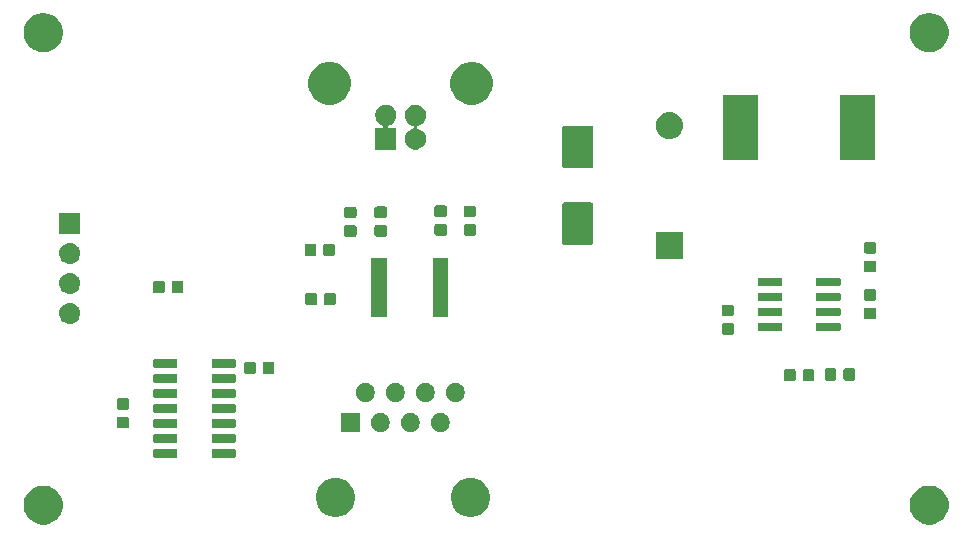
<source format=gbr>
G04 #@! TF.GenerationSoftware,KiCad,Pcbnew,(5.1.2-1)-1*
G04 #@! TF.CreationDate,2019-09-19T03:42:36+01:00*
G04 #@! TF.ProjectId,USB,5553422e-6b69-4636-9164-5f7063625858,rev?*
G04 #@! TF.SameCoordinates,Original*
G04 #@! TF.FileFunction,Soldermask,Top*
G04 #@! TF.FilePolarity,Negative*
%FSLAX46Y46*%
G04 Gerber Fmt 4.6, Leading zero omitted, Abs format (unit mm)*
G04 Created by KiCad (PCBNEW (5.1.2-1)-1) date 2019-09-19 03:42:36*
%MOMM*%
%LPD*%
G04 APERTURE LIST*
%ADD10C,0.100000*%
G04 APERTURE END LIST*
D10*
G36*
X196375256Y-120391298D02*
G01*
X196481579Y-120412447D01*
X196782042Y-120536903D01*
X197052451Y-120717585D01*
X197282415Y-120947549D01*
X197463097Y-121217958D01*
X197587553Y-121518421D01*
X197651000Y-121837391D01*
X197651000Y-122162609D01*
X197587553Y-122481579D01*
X197463097Y-122782042D01*
X197282415Y-123052451D01*
X197052451Y-123282415D01*
X196782042Y-123463097D01*
X196481579Y-123587553D01*
X196375256Y-123608702D01*
X196162611Y-123651000D01*
X195837389Y-123651000D01*
X195624744Y-123608702D01*
X195518421Y-123587553D01*
X195217958Y-123463097D01*
X194947549Y-123282415D01*
X194717585Y-123052451D01*
X194536903Y-122782042D01*
X194412447Y-122481579D01*
X194349000Y-122162609D01*
X194349000Y-121837391D01*
X194412447Y-121518421D01*
X194536903Y-121217958D01*
X194717585Y-120947549D01*
X194947549Y-120717585D01*
X195217958Y-120536903D01*
X195518421Y-120412447D01*
X195624744Y-120391298D01*
X195837389Y-120349000D01*
X196162611Y-120349000D01*
X196375256Y-120391298D01*
X196375256Y-120391298D01*
G37*
G36*
X121375256Y-120391298D02*
G01*
X121481579Y-120412447D01*
X121782042Y-120536903D01*
X122052451Y-120717585D01*
X122282415Y-120947549D01*
X122463097Y-121217958D01*
X122587553Y-121518421D01*
X122651000Y-121837391D01*
X122651000Y-122162609D01*
X122587553Y-122481579D01*
X122463097Y-122782042D01*
X122282415Y-123052451D01*
X122052451Y-123282415D01*
X121782042Y-123463097D01*
X121481579Y-123587553D01*
X121375256Y-123608702D01*
X121162611Y-123651000D01*
X120837389Y-123651000D01*
X120624744Y-123608702D01*
X120518421Y-123587553D01*
X120217958Y-123463097D01*
X119947549Y-123282415D01*
X119717585Y-123052451D01*
X119536903Y-122782042D01*
X119412447Y-122481579D01*
X119349000Y-122162609D01*
X119349000Y-121837391D01*
X119412447Y-121518421D01*
X119536903Y-121217958D01*
X119717585Y-120947549D01*
X119947549Y-120717585D01*
X120217958Y-120536903D01*
X120518421Y-120412447D01*
X120624744Y-120391298D01*
X120837389Y-120349000D01*
X121162611Y-120349000D01*
X121375256Y-120391298D01*
X121375256Y-120391298D01*
G37*
G36*
X157535256Y-119741298D02*
G01*
X157641579Y-119762447D01*
X157942042Y-119886903D01*
X158212451Y-120067585D01*
X158442415Y-120297549D01*
X158623097Y-120567958D01*
X158747553Y-120868421D01*
X158811000Y-121187391D01*
X158811000Y-121512609D01*
X158747553Y-121831579D01*
X158623097Y-122132042D01*
X158442415Y-122402451D01*
X158212451Y-122632415D01*
X157942042Y-122813097D01*
X157641579Y-122937553D01*
X157535256Y-122958702D01*
X157322611Y-123001000D01*
X156997389Y-123001000D01*
X156784744Y-122958702D01*
X156678421Y-122937553D01*
X156377958Y-122813097D01*
X156107549Y-122632415D01*
X155877585Y-122402451D01*
X155696903Y-122132042D01*
X155572447Y-121831579D01*
X155509000Y-121512609D01*
X155509000Y-121187391D01*
X155572447Y-120868421D01*
X155696903Y-120567958D01*
X155877585Y-120297549D01*
X156107549Y-120067585D01*
X156377958Y-119886903D01*
X156678421Y-119762447D01*
X156784744Y-119741298D01*
X156997389Y-119699000D01*
X157322611Y-119699000D01*
X157535256Y-119741298D01*
X157535256Y-119741298D01*
G37*
G36*
X146105256Y-119741298D02*
G01*
X146211579Y-119762447D01*
X146512042Y-119886903D01*
X146782451Y-120067585D01*
X147012415Y-120297549D01*
X147193097Y-120567958D01*
X147317553Y-120868421D01*
X147381000Y-121187391D01*
X147381000Y-121512609D01*
X147317553Y-121831579D01*
X147193097Y-122132042D01*
X147012415Y-122402451D01*
X146782451Y-122632415D01*
X146512042Y-122813097D01*
X146211579Y-122937553D01*
X146105256Y-122958702D01*
X145892611Y-123001000D01*
X145567389Y-123001000D01*
X145354744Y-122958702D01*
X145248421Y-122937553D01*
X144947958Y-122813097D01*
X144677549Y-122632415D01*
X144447585Y-122402451D01*
X144266903Y-122132042D01*
X144142447Y-121831579D01*
X144079000Y-121512609D01*
X144079000Y-121187391D01*
X144142447Y-120868421D01*
X144266903Y-120567958D01*
X144447585Y-120297549D01*
X144677549Y-120067585D01*
X144947958Y-119886903D01*
X145248421Y-119762447D01*
X145354744Y-119741298D01*
X145567389Y-119699000D01*
X145892611Y-119699000D01*
X146105256Y-119741298D01*
X146105256Y-119741298D01*
G37*
G36*
X137217128Y-117279164D02*
G01*
X137238209Y-117285560D01*
X137257645Y-117295948D01*
X137274676Y-117309924D01*
X137288652Y-117326955D01*
X137299040Y-117346391D01*
X137305436Y-117367472D01*
X137308200Y-117395540D01*
X137308200Y-117859260D01*
X137305436Y-117887328D01*
X137299040Y-117908409D01*
X137288652Y-117927845D01*
X137274676Y-117944876D01*
X137257645Y-117958852D01*
X137238209Y-117969240D01*
X137217128Y-117975636D01*
X137189060Y-117978400D01*
X135375340Y-117978400D01*
X135347272Y-117975636D01*
X135326191Y-117969240D01*
X135306755Y-117958852D01*
X135289724Y-117944876D01*
X135275748Y-117927845D01*
X135265360Y-117908409D01*
X135258964Y-117887328D01*
X135256200Y-117859260D01*
X135256200Y-117395540D01*
X135258964Y-117367472D01*
X135265360Y-117346391D01*
X135275748Y-117326955D01*
X135289724Y-117309924D01*
X135306755Y-117295948D01*
X135326191Y-117285560D01*
X135347272Y-117279164D01*
X135375340Y-117276400D01*
X137189060Y-117276400D01*
X137217128Y-117279164D01*
X137217128Y-117279164D01*
G37*
G36*
X132267128Y-117279164D02*
G01*
X132288209Y-117285560D01*
X132307645Y-117295948D01*
X132324676Y-117309924D01*
X132338652Y-117326955D01*
X132349040Y-117346391D01*
X132355436Y-117367472D01*
X132358200Y-117395540D01*
X132358200Y-117859260D01*
X132355436Y-117887328D01*
X132349040Y-117908409D01*
X132338652Y-117927845D01*
X132324676Y-117944876D01*
X132307645Y-117958852D01*
X132288209Y-117969240D01*
X132267128Y-117975636D01*
X132239060Y-117978400D01*
X130425340Y-117978400D01*
X130397272Y-117975636D01*
X130376191Y-117969240D01*
X130356755Y-117958852D01*
X130339724Y-117944876D01*
X130325748Y-117927845D01*
X130315360Y-117908409D01*
X130308964Y-117887328D01*
X130306200Y-117859260D01*
X130306200Y-117395540D01*
X130308964Y-117367472D01*
X130315360Y-117346391D01*
X130325748Y-117326955D01*
X130339724Y-117309924D01*
X130356755Y-117295948D01*
X130376191Y-117285560D01*
X130397272Y-117279164D01*
X130425340Y-117276400D01*
X132239060Y-117276400D01*
X132267128Y-117279164D01*
X132267128Y-117279164D01*
G37*
G36*
X137217128Y-116009164D02*
G01*
X137238209Y-116015560D01*
X137257645Y-116025948D01*
X137274676Y-116039924D01*
X137288652Y-116056955D01*
X137299040Y-116076391D01*
X137305436Y-116097472D01*
X137308200Y-116125540D01*
X137308200Y-116589260D01*
X137305436Y-116617328D01*
X137299040Y-116638409D01*
X137288652Y-116657845D01*
X137274676Y-116674876D01*
X137257645Y-116688852D01*
X137238209Y-116699240D01*
X137217128Y-116705636D01*
X137189060Y-116708400D01*
X135375340Y-116708400D01*
X135347272Y-116705636D01*
X135326191Y-116699240D01*
X135306755Y-116688852D01*
X135289724Y-116674876D01*
X135275748Y-116657845D01*
X135265360Y-116638409D01*
X135258964Y-116617328D01*
X135256200Y-116589260D01*
X135256200Y-116125540D01*
X135258964Y-116097472D01*
X135265360Y-116076391D01*
X135275748Y-116056955D01*
X135289724Y-116039924D01*
X135306755Y-116025948D01*
X135326191Y-116015560D01*
X135347272Y-116009164D01*
X135375340Y-116006400D01*
X137189060Y-116006400D01*
X137217128Y-116009164D01*
X137217128Y-116009164D01*
G37*
G36*
X132267128Y-116009164D02*
G01*
X132288209Y-116015560D01*
X132307645Y-116025948D01*
X132324676Y-116039924D01*
X132338652Y-116056955D01*
X132349040Y-116076391D01*
X132355436Y-116097472D01*
X132358200Y-116125540D01*
X132358200Y-116589260D01*
X132355436Y-116617328D01*
X132349040Y-116638409D01*
X132338652Y-116657845D01*
X132324676Y-116674876D01*
X132307645Y-116688852D01*
X132288209Y-116699240D01*
X132267128Y-116705636D01*
X132239060Y-116708400D01*
X130425340Y-116708400D01*
X130397272Y-116705636D01*
X130376191Y-116699240D01*
X130356755Y-116688852D01*
X130339724Y-116674876D01*
X130325748Y-116657845D01*
X130315360Y-116638409D01*
X130308964Y-116617328D01*
X130306200Y-116589260D01*
X130306200Y-116125540D01*
X130308964Y-116097472D01*
X130315360Y-116076391D01*
X130325748Y-116056955D01*
X130339724Y-116039924D01*
X130356755Y-116025948D01*
X130376191Y-116015560D01*
X130397272Y-116009164D01*
X130425340Y-116006400D01*
X132239060Y-116006400D01*
X132267128Y-116009164D01*
X132267128Y-116009164D01*
G37*
G36*
X149773642Y-114229781D02*
G01*
X149919414Y-114290162D01*
X149919416Y-114290163D01*
X150050608Y-114377822D01*
X150162178Y-114489392D01*
X150188437Y-114528692D01*
X150249838Y-114620586D01*
X150310219Y-114766358D01*
X150341000Y-114921107D01*
X150341000Y-115078893D01*
X150310219Y-115233642D01*
X150254396Y-115368409D01*
X150249837Y-115379416D01*
X150162178Y-115510608D01*
X150050608Y-115622178D01*
X149919416Y-115709837D01*
X149919415Y-115709838D01*
X149919414Y-115709838D01*
X149773642Y-115770219D01*
X149618893Y-115801000D01*
X149461107Y-115801000D01*
X149306358Y-115770219D01*
X149160586Y-115709838D01*
X149160585Y-115709838D01*
X149160584Y-115709837D01*
X149029392Y-115622178D01*
X148917822Y-115510608D01*
X148830163Y-115379416D01*
X148825604Y-115368409D01*
X148769781Y-115233642D01*
X148739000Y-115078893D01*
X148739000Y-114921107D01*
X148769781Y-114766358D01*
X148830162Y-114620586D01*
X148891563Y-114528692D01*
X148917822Y-114489392D01*
X149029392Y-114377822D01*
X149160584Y-114290163D01*
X149160586Y-114290162D01*
X149306358Y-114229781D01*
X149461107Y-114199000D01*
X149618893Y-114199000D01*
X149773642Y-114229781D01*
X149773642Y-114229781D01*
G37*
G36*
X154853642Y-114229781D02*
G01*
X154999414Y-114290162D01*
X154999416Y-114290163D01*
X155130608Y-114377822D01*
X155242178Y-114489392D01*
X155268437Y-114528692D01*
X155329838Y-114620586D01*
X155390219Y-114766358D01*
X155421000Y-114921107D01*
X155421000Y-115078893D01*
X155390219Y-115233642D01*
X155334396Y-115368409D01*
X155329837Y-115379416D01*
X155242178Y-115510608D01*
X155130608Y-115622178D01*
X154999416Y-115709837D01*
X154999415Y-115709838D01*
X154999414Y-115709838D01*
X154853642Y-115770219D01*
X154698893Y-115801000D01*
X154541107Y-115801000D01*
X154386358Y-115770219D01*
X154240586Y-115709838D01*
X154240585Y-115709838D01*
X154240584Y-115709837D01*
X154109392Y-115622178D01*
X153997822Y-115510608D01*
X153910163Y-115379416D01*
X153905604Y-115368409D01*
X153849781Y-115233642D01*
X153819000Y-115078893D01*
X153819000Y-114921107D01*
X153849781Y-114766358D01*
X153910162Y-114620586D01*
X153971563Y-114528692D01*
X153997822Y-114489392D01*
X154109392Y-114377822D01*
X154240584Y-114290163D01*
X154240586Y-114290162D01*
X154386358Y-114229781D01*
X154541107Y-114199000D01*
X154698893Y-114199000D01*
X154853642Y-114229781D01*
X154853642Y-114229781D01*
G37*
G36*
X152313642Y-114229781D02*
G01*
X152459414Y-114290162D01*
X152459416Y-114290163D01*
X152590608Y-114377822D01*
X152702178Y-114489392D01*
X152728437Y-114528692D01*
X152789838Y-114620586D01*
X152850219Y-114766358D01*
X152881000Y-114921107D01*
X152881000Y-115078893D01*
X152850219Y-115233642D01*
X152794396Y-115368409D01*
X152789837Y-115379416D01*
X152702178Y-115510608D01*
X152590608Y-115622178D01*
X152459416Y-115709837D01*
X152459415Y-115709838D01*
X152459414Y-115709838D01*
X152313642Y-115770219D01*
X152158893Y-115801000D01*
X152001107Y-115801000D01*
X151846358Y-115770219D01*
X151700586Y-115709838D01*
X151700585Y-115709838D01*
X151700584Y-115709837D01*
X151569392Y-115622178D01*
X151457822Y-115510608D01*
X151370163Y-115379416D01*
X151365604Y-115368409D01*
X151309781Y-115233642D01*
X151279000Y-115078893D01*
X151279000Y-114921107D01*
X151309781Y-114766358D01*
X151370162Y-114620586D01*
X151431563Y-114528692D01*
X151457822Y-114489392D01*
X151569392Y-114377822D01*
X151700584Y-114290163D01*
X151700586Y-114290162D01*
X151846358Y-114229781D01*
X152001107Y-114199000D01*
X152158893Y-114199000D01*
X152313642Y-114229781D01*
X152313642Y-114229781D01*
G37*
G36*
X147801000Y-115801000D02*
G01*
X146199000Y-115801000D01*
X146199000Y-114199000D01*
X147801000Y-114199000D01*
X147801000Y-115801000D01*
X147801000Y-115801000D01*
G37*
G36*
X128116191Y-114514185D02*
G01*
X128150169Y-114524493D01*
X128181490Y-114541234D01*
X128208939Y-114563761D01*
X128231466Y-114591210D01*
X128248207Y-114622531D01*
X128258515Y-114656509D01*
X128262600Y-114697990D01*
X128262600Y-115299210D01*
X128258515Y-115340691D01*
X128248207Y-115374669D01*
X128231466Y-115405990D01*
X128208939Y-115433439D01*
X128181490Y-115455966D01*
X128150169Y-115472707D01*
X128116191Y-115483015D01*
X128074710Y-115487100D01*
X127398490Y-115487100D01*
X127357009Y-115483015D01*
X127323031Y-115472707D01*
X127291710Y-115455966D01*
X127264261Y-115433439D01*
X127241734Y-115405990D01*
X127224993Y-115374669D01*
X127214685Y-115340691D01*
X127210600Y-115299210D01*
X127210600Y-114697990D01*
X127214685Y-114656509D01*
X127224993Y-114622531D01*
X127241734Y-114591210D01*
X127264261Y-114563761D01*
X127291710Y-114541234D01*
X127323031Y-114524493D01*
X127357009Y-114514185D01*
X127398490Y-114510100D01*
X128074710Y-114510100D01*
X128116191Y-114514185D01*
X128116191Y-114514185D01*
G37*
G36*
X132267128Y-114739164D02*
G01*
X132288209Y-114745560D01*
X132307645Y-114755948D01*
X132324676Y-114769924D01*
X132338652Y-114786955D01*
X132349040Y-114806391D01*
X132355436Y-114827472D01*
X132358200Y-114855540D01*
X132358200Y-115319260D01*
X132355436Y-115347328D01*
X132349040Y-115368409D01*
X132338652Y-115387845D01*
X132324676Y-115404876D01*
X132307645Y-115418852D01*
X132288209Y-115429240D01*
X132267128Y-115435636D01*
X132239060Y-115438400D01*
X130425340Y-115438400D01*
X130397272Y-115435636D01*
X130376191Y-115429240D01*
X130356755Y-115418852D01*
X130339724Y-115404876D01*
X130325748Y-115387845D01*
X130315360Y-115368409D01*
X130308964Y-115347328D01*
X130306200Y-115319260D01*
X130306200Y-114855540D01*
X130308964Y-114827472D01*
X130315360Y-114806391D01*
X130325748Y-114786955D01*
X130339724Y-114769924D01*
X130356755Y-114755948D01*
X130376191Y-114745560D01*
X130397272Y-114739164D01*
X130425340Y-114736400D01*
X132239060Y-114736400D01*
X132267128Y-114739164D01*
X132267128Y-114739164D01*
G37*
G36*
X137217128Y-114739164D02*
G01*
X137238209Y-114745560D01*
X137257645Y-114755948D01*
X137274676Y-114769924D01*
X137288652Y-114786955D01*
X137299040Y-114806391D01*
X137305436Y-114827472D01*
X137308200Y-114855540D01*
X137308200Y-115319260D01*
X137305436Y-115347328D01*
X137299040Y-115368409D01*
X137288652Y-115387845D01*
X137274676Y-115404876D01*
X137257645Y-115418852D01*
X137238209Y-115429240D01*
X137217128Y-115435636D01*
X137189060Y-115438400D01*
X135375340Y-115438400D01*
X135347272Y-115435636D01*
X135326191Y-115429240D01*
X135306755Y-115418852D01*
X135289724Y-115404876D01*
X135275748Y-115387845D01*
X135265360Y-115368409D01*
X135258964Y-115347328D01*
X135256200Y-115319260D01*
X135256200Y-114855540D01*
X135258964Y-114827472D01*
X135265360Y-114806391D01*
X135275748Y-114786955D01*
X135289724Y-114769924D01*
X135306755Y-114755948D01*
X135326191Y-114745560D01*
X135347272Y-114739164D01*
X135375340Y-114736400D01*
X137189060Y-114736400D01*
X137217128Y-114739164D01*
X137217128Y-114739164D01*
G37*
G36*
X137217128Y-113469164D02*
G01*
X137238209Y-113475560D01*
X137257645Y-113485948D01*
X137274676Y-113499924D01*
X137288652Y-113516955D01*
X137299040Y-113536391D01*
X137305436Y-113557472D01*
X137308200Y-113585540D01*
X137308200Y-114049260D01*
X137305436Y-114077328D01*
X137299040Y-114098409D01*
X137288652Y-114117845D01*
X137274676Y-114134876D01*
X137257645Y-114148852D01*
X137238209Y-114159240D01*
X137217128Y-114165636D01*
X137189060Y-114168400D01*
X135375340Y-114168400D01*
X135347272Y-114165636D01*
X135326191Y-114159240D01*
X135306755Y-114148852D01*
X135289724Y-114134876D01*
X135275748Y-114117845D01*
X135265360Y-114098409D01*
X135258964Y-114077328D01*
X135256200Y-114049260D01*
X135256200Y-113585540D01*
X135258964Y-113557472D01*
X135265360Y-113536391D01*
X135275748Y-113516955D01*
X135289724Y-113499924D01*
X135306755Y-113485948D01*
X135326191Y-113475560D01*
X135347272Y-113469164D01*
X135375340Y-113466400D01*
X137189060Y-113466400D01*
X137217128Y-113469164D01*
X137217128Y-113469164D01*
G37*
G36*
X132267128Y-113469164D02*
G01*
X132288209Y-113475560D01*
X132307645Y-113485948D01*
X132324676Y-113499924D01*
X132338652Y-113516955D01*
X132349040Y-113536391D01*
X132355436Y-113557472D01*
X132358200Y-113585540D01*
X132358200Y-114049260D01*
X132355436Y-114077328D01*
X132349040Y-114098409D01*
X132338652Y-114117845D01*
X132324676Y-114134876D01*
X132307645Y-114148852D01*
X132288209Y-114159240D01*
X132267128Y-114165636D01*
X132239060Y-114168400D01*
X130425340Y-114168400D01*
X130397272Y-114165636D01*
X130376191Y-114159240D01*
X130356755Y-114148852D01*
X130339724Y-114134876D01*
X130325748Y-114117845D01*
X130315360Y-114098409D01*
X130308964Y-114077328D01*
X130306200Y-114049260D01*
X130306200Y-113585540D01*
X130308964Y-113557472D01*
X130315360Y-113536391D01*
X130325748Y-113516955D01*
X130339724Y-113499924D01*
X130356755Y-113485948D01*
X130376191Y-113475560D01*
X130397272Y-113469164D01*
X130425340Y-113466400D01*
X132239060Y-113466400D01*
X132267128Y-113469164D01*
X132267128Y-113469164D01*
G37*
G36*
X128116191Y-112939185D02*
G01*
X128150169Y-112949493D01*
X128181490Y-112966234D01*
X128208939Y-112988761D01*
X128231466Y-113016210D01*
X128248207Y-113047531D01*
X128258515Y-113081509D01*
X128262600Y-113122990D01*
X128262600Y-113724210D01*
X128258515Y-113765691D01*
X128248207Y-113799669D01*
X128231466Y-113830990D01*
X128208939Y-113858439D01*
X128181490Y-113880966D01*
X128150169Y-113897707D01*
X128116191Y-113908015D01*
X128074710Y-113912100D01*
X127398490Y-113912100D01*
X127357009Y-113908015D01*
X127323031Y-113897707D01*
X127291710Y-113880966D01*
X127264261Y-113858439D01*
X127241734Y-113830990D01*
X127224993Y-113799669D01*
X127214685Y-113765691D01*
X127210600Y-113724210D01*
X127210600Y-113122990D01*
X127214685Y-113081509D01*
X127224993Y-113047531D01*
X127241734Y-113016210D01*
X127264261Y-112988761D01*
X127291710Y-112966234D01*
X127323031Y-112949493D01*
X127357009Y-112939185D01*
X127398490Y-112935100D01*
X128074710Y-112935100D01*
X128116191Y-112939185D01*
X128116191Y-112939185D01*
G37*
G36*
X156123642Y-111689781D02*
G01*
X156269414Y-111750162D01*
X156269416Y-111750163D01*
X156400608Y-111837822D01*
X156512178Y-111949392D01*
X156599837Y-112080584D01*
X156599838Y-112080586D01*
X156660219Y-112226358D01*
X156691000Y-112381107D01*
X156691000Y-112538893D01*
X156660219Y-112693642D01*
X156604396Y-112828409D01*
X156599837Y-112839416D01*
X156512178Y-112970608D01*
X156400608Y-113082178D01*
X156269416Y-113169837D01*
X156269415Y-113169838D01*
X156269414Y-113169838D01*
X156123642Y-113230219D01*
X155968893Y-113261000D01*
X155811107Y-113261000D01*
X155656358Y-113230219D01*
X155510586Y-113169838D01*
X155510585Y-113169838D01*
X155510584Y-113169837D01*
X155379392Y-113082178D01*
X155267822Y-112970608D01*
X155180163Y-112839416D01*
X155175604Y-112828409D01*
X155119781Y-112693642D01*
X155089000Y-112538893D01*
X155089000Y-112381107D01*
X155119781Y-112226358D01*
X155180162Y-112080586D01*
X155180163Y-112080584D01*
X155267822Y-111949392D01*
X155379392Y-111837822D01*
X155510584Y-111750163D01*
X155510586Y-111750162D01*
X155656358Y-111689781D01*
X155811107Y-111659000D01*
X155968893Y-111659000D01*
X156123642Y-111689781D01*
X156123642Y-111689781D01*
G37*
G36*
X153583642Y-111689781D02*
G01*
X153729414Y-111750162D01*
X153729416Y-111750163D01*
X153860608Y-111837822D01*
X153972178Y-111949392D01*
X154059837Y-112080584D01*
X154059838Y-112080586D01*
X154120219Y-112226358D01*
X154151000Y-112381107D01*
X154151000Y-112538893D01*
X154120219Y-112693642D01*
X154064396Y-112828409D01*
X154059837Y-112839416D01*
X153972178Y-112970608D01*
X153860608Y-113082178D01*
X153729416Y-113169837D01*
X153729415Y-113169838D01*
X153729414Y-113169838D01*
X153583642Y-113230219D01*
X153428893Y-113261000D01*
X153271107Y-113261000D01*
X153116358Y-113230219D01*
X152970586Y-113169838D01*
X152970585Y-113169838D01*
X152970584Y-113169837D01*
X152839392Y-113082178D01*
X152727822Y-112970608D01*
X152640163Y-112839416D01*
X152635604Y-112828409D01*
X152579781Y-112693642D01*
X152549000Y-112538893D01*
X152549000Y-112381107D01*
X152579781Y-112226358D01*
X152640162Y-112080586D01*
X152640163Y-112080584D01*
X152727822Y-111949392D01*
X152839392Y-111837822D01*
X152970584Y-111750163D01*
X152970586Y-111750162D01*
X153116358Y-111689781D01*
X153271107Y-111659000D01*
X153428893Y-111659000D01*
X153583642Y-111689781D01*
X153583642Y-111689781D01*
G37*
G36*
X151043642Y-111689781D02*
G01*
X151189414Y-111750162D01*
X151189416Y-111750163D01*
X151320608Y-111837822D01*
X151432178Y-111949392D01*
X151519837Y-112080584D01*
X151519838Y-112080586D01*
X151580219Y-112226358D01*
X151611000Y-112381107D01*
X151611000Y-112538893D01*
X151580219Y-112693642D01*
X151524396Y-112828409D01*
X151519837Y-112839416D01*
X151432178Y-112970608D01*
X151320608Y-113082178D01*
X151189416Y-113169837D01*
X151189415Y-113169838D01*
X151189414Y-113169838D01*
X151043642Y-113230219D01*
X150888893Y-113261000D01*
X150731107Y-113261000D01*
X150576358Y-113230219D01*
X150430586Y-113169838D01*
X150430585Y-113169838D01*
X150430584Y-113169837D01*
X150299392Y-113082178D01*
X150187822Y-112970608D01*
X150100163Y-112839416D01*
X150095604Y-112828409D01*
X150039781Y-112693642D01*
X150009000Y-112538893D01*
X150009000Y-112381107D01*
X150039781Y-112226358D01*
X150100162Y-112080586D01*
X150100163Y-112080584D01*
X150187822Y-111949392D01*
X150299392Y-111837822D01*
X150430584Y-111750163D01*
X150430586Y-111750162D01*
X150576358Y-111689781D01*
X150731107Y-111659000D01*
X150888893Y-111659000D01*
X151043642Y-111689781D01*
X151043642Y-111689781D01*
G37*
G36*
X148503642Y-111689781D02*
G01*
X148649414Y-111750162D01*
X148649416Y-111750163D01*
X148780608Y-111837822D01*
X148892178Y-111949392D01*
X148979837Y-112080584D01*
X148979838Y-112080586D01*
X149040219Y-112226358D01*
X149071000Y-112381107D01*
X149071000Y-112538893D01*
X149040219Y-112693642D01*
X148984396Y-112828409D01*
X148979837Y-112839416D01*
X148892178Y-112970608D01*
X148780608Y-113082178D01*
X148649416Y-113169837D01*
X148649415Y-113169838D01*
X148649414Y-113169838D01*
X148503642Y-113230219D01*
X148348893Y-113261000D01*
X148191107Y-113261000D01*
X148036358Y-113230219D01*
X147890586Y-113169838D01*
X147890585Y-113169838D01*
X147890584Y-113169837D01*
X147759392Y-113082178D01*
X147647822Y-112970608D01*
X147560163Y-112839416D01*
X147555604Y-112828409D01*
X147499781Y-112693642D01*
X147469000Y-112538893D01*
X147469000Y-112381107D01*
X147499781Y-112226358D01*
X147560162Y-112080586D01*
X147560163Y-112080584D01*
X147647822Y-111949392D01*
X147759392Y-111837822D01*
X147890584Y-111750163D01*
X147890586Y-111750162D01*
X148036358Y-111689781D01*
X148191107Y-111659000D01*
X148348893Y-111659000D01*
X148503642Y-111689781D01*
X148503642Y-111689781D01*
G37*
G36*
X137217128Y-112199164D02*
G01*
X137238209Y-112205560D01*
X137257645Y-112215948D01*
X137274676Y-112229924D01*
X137288652Y-112246955D01*
X137299040Y-112266391D01*
X137305436Y-112287472D01*
X137308200Y-112315540D01*
X137308200Y-112779260D01*
X137305436Y-112807328D01*
X137299040Y-112828409D01*
X137288652Y-112847845D01*
X137274676Y-112864876D01*
X137257645Y-112878852D01*
X137238209Y-112889240D01*
X137217128Y-112895636D01*
X137189060Y-112898400D01*
X135375340Y-112898400D01*
X135347272Y-112895636D01*
X135326191Y-112889240D01*
X135306755Y-112878852D01*
X135289724Y-112864876D01*
X135275748Y-112847845D01*
X135265360Y-112828409D01*
X135258964Y-112807328D01*
X135256200Y-112779260D01*
X135256200Y-112315540D01*
X135258964Y-112287472D01*
X135265360Y-112266391D01*
X135275748Y-112246955D01*
X135289724Y-112229924D01*
X135306755Y-112215948D01*
X135326191Y-112205560D01*
X135347272Y-112199164D01*
X135375340Y-112196400D01*
X137189060Y-112196400D01*
X137217128Y-112199164D01*
X137217128Y-112199164D01*
G37*
G36*
X132267128Y-112199164D02*
G01*
X132288209Y-112205560D01*
X132307645Y-112215948D01*
X132324676Y-112229924D01*
X132338652Y-112246955D01*
X132349040Y-112266391D01*
X132355436Y-112287472D01*
X132358200Y-112315540D01*
X132358200Y-112779260D01*
X132355436Y-112807328D01*
X132349040Y-112828409D01*
X132338652Y-112847845D01*
X132324676Y-112864876D01*
X132307645Y-112878852D01*
X132288209Y-112889240D01*
X132267128Y-112895636D01*
X132239060Y-112898400D01*
X130425340Y-112898400D01*
X130397272Y-112895636D01*
X130376191Y-112889240D01*
X130356755Y-112878852D01*
X130339724Y-112864876D01*
X130325748Y-112847845D01*
X130315360Y-112828409D01*
X130308964Y-112807328D01*
X130306200Y-112779260D01*
X130306200Y-112315540D01*
X130308964Y-112287472D01*
X130315360Y-112266391D01*
X130325748Y-112246955D01*
X130339724Y-112229924D01*
X130356755Y-112215948D01*
X130376191Y-112205560D01*
X130397272Y-112199164D01*
X130425340Y-112196400D01*
X132239060Y-112196400D01*
X132267128Y-112199164D01*
X132267128Y-112199164D01*
G37*
G36*
X137217128Y-110929164D02*
G01*
X137238209Y-110935560D01*
X137257645Y-110945948D01*
X137274676Y-110959924D01*
X137288652Y-110976955D01*
X137299040Y-110996391D01*
X137305436Y-111017472D01*
X137308200Y-111045540D01*
X137308200Y-111509260D01*
X137305436Y-111537328D01*
X137299040Y-111558409D01*
X137288652Y-111577845D01*
X137274676Y-111594876D01*
X137257645Y-111608852D01*
X137238209Y-111619240D01*
X137217128Y-111625636D01*
X137189060Y-111628400D01*
X135375340Y-111628400D01*
X135347272Y-111625636D01*
X135326191Y-111619240D01*
X135306755Y-111608852D01*
X135289724Y-111594876D01*
X135275748Y-111577845D01*
X135265360Y-111558409D01*
X135258964Y-111537328D01*
X135256200Y-111509260D01*
X135256200Y-111045540D01*
X135258964Y-111017472D01*
X135265360Y-110996391D01*
X135275748Y-110976955D01*
X135289724Y-110959924D01*
X135306755Y-110945948D01*
X135326191Y-110935560D01*
X135347272Y-110929164D01*
X135375340Y-110926400D01*
X137189060Y-110926400D01*
X137217128Y-110929164D01*
X137217128Y-110929164D01*
G37*
G36*
X132267128Y-110929164D02*
G01*
X132288209Y-110935560D01*
X132307645Y-110945948D01*
X132324676Y-110959924D01*
X132338652Y-110976955D01*
X132349040Y-110996391D01*
X132355436Y-111017472D01*
X132358200Y-111045540D01*
X132358200Y-111509260D01*
X132355436Y-111537328D01*
X132349040Y-111558409D01*
X132338652Y-111577845D01*
X132324676Y-111594876D01*
X132307645Y-111608852D01*
X132288209Y-111619240D01*
X132267128Y-111625636D01*
X132239060Y-111628400D01*
X130425340Y-111628400D01*
X130397272Y-111625636D01*
X130376191Y-111619240D01*
X130356755Y-111608852D01*
X130339724Y-111594876D01*
X130325748Y-111577845D01*
X130315360Y-111558409D01*
X130308964Y-111537328D01*
X130306200Y-111509260D01*
X130306200Y-111045540D01*
X130308964Y-111017472D01*
X130315360Y-110996391D01*
X130325748Y-110976955D01*
X130339724Y-110959924D01*
X130356755Y-110945948D01*
X130376191Y-110935560D01*
X130397272Y-110929164D01*
X130425340Y-110926400D01*
X132239060Y-110926400D01*
X132267128Y-110929164D01*
X132267128Y-110929164D01*
G37*
G36*
X186129591Y-110478085D02*
G01*
X186163569Y-110488393D01*
X186194890Y-110505134D01*
X186222339Y-110527661D01*
X186244866Y-110555110D01*
X186261607Y-110586431D01*
X186271915Y-110620409D01*
X186276000Y-110661890D01*
X186276000Y-111338110D01*
X186271915Y-111379591D01*
X186261607Y-111413569D01*
X186244866Y-111444890D01*
X186222339Y-111472339D01*
X186194890Y-111494866D01*
X186163569Y-111511607D01*
X186129591Y-111521915D01*
X186088110Y-111526000D01*
X185486890Y-111526000D01*
X185445409Y-111521915D01*
X185411431Y-111511607D01*
X185380110Y-111494866D01*
X185352661Y-111472339D01*
X185330134Y-111444890D01*
X185313393Y-111413569D01*
X185303085Y-111379591D01*
X185299000Y-111338110D01*
X185299000Y-110661890D01*
X185303085Y-110620409D01*
X185313393Y-110586431D01*
X185330134Y-110555110D01*
X185352661Y-110527661D01*
X185380110Y-110505134D01*
X185411431Y-110488393D01*
X185445409Y-110478085D01*
X185486890Y-110474000D01*
X186088110Y-110474000D01*
X186129591Y-110478085D01*
X186129591Y-110478085D01*
G37*
G36*
X184554591Y-110478085D02*
G01*
X184588569Y-110488393D01*
X184619890Y-110505134D01*
X184647339Y-110527661D01*
X184669866Y-110555110D01*
X184686607Y-110586431D01*
X184696915Y-110620409D01*
X184701000Y-110661890D01*
X184701000Y-111338110D01*
X184696915Y-111379591D01*
X184686607Y-111413569D01*
X184669866Y-111444890D01*
X184647339Y-111472339D01*
X184619890Y-111494866D01*
X184588569Y-111511607D01*
X184554591Y-111521915D01*
X184513110Y-111526000D01*
X183911890Y-111526000D01*
X183870409Y-111521915D01*
X183836431Y-111511607D01*
X183805110Y-111494866D01*
X183777661Y-111472339D01*
X183755134Y-111444890D01*
X183738393Y-111413569D01*
X183728085Y-111379591D01*
X183724000Y-111338110D01*
X183724000Y-110661890D01*
X183728085Y-110620409D01*
X183738393Y-110586431D01*
X183755134Y-110555110D01*
X183777661Y-110527661D01*
X183805110Y-110505134D01*
X183836431Y-110488393D01*
X183870409Y-110478085D01*
X183911890Y-110474000D01*
X184513110Y-110474000D01*
X184554591Y-110478085D01*
X184554591Y-110478085D01*
G37*
G36*
X189572191Y-110412585D02*
G01*
X189606169Y-110422893D01*
X189637490Y-110439634D01*
X189664939Y-110462161D01*
X189687466Y-110489610D01*
X189704207Y-110520931D01*
X189714515Y-110554909D01*
X189718600Y-110596390D01*
X189718600Y-111272610D01*
X189714515Y-111314091D01*
X189704207Y-111348069D01*
X189687466Y-111379390D01*
X189664939Y-111406839D01*
X189637490Y-111429366D01*
X189606169Y-111446107D01*
X189572191Y-111456415D01*
X189530710Y-111460500D01*
X188929490Y-111460500D01*
X188888009Y-111456415D01*
X188854031Y-111446107D01*
X188822710Y-111429366D01*
X188795261Y-111406839D01*
X188772734Y-111379390D01*
X188755993Y-111348069D01*
X188745685Y-111314091D01*
X188741600Y-111272610D01*
X188741600Y-110596390D01*
X188745685Y-110554909D01*
X188755993Y-110520931D01*
X188772734Y-110489610D01*
X188795261Y-110462161D01*
X188822710Y-110439634D01*
X188854031Y-110422893D01*
X188888009Y-110412585D01*
X188929490Y-110408500D01*
X189530710Y-110408500D01*
X189572191Y-110412585D01*
X189572191Y-110412585D01*
G37*
G36*
X187997191Y-110412585D02*
G01*
X188031169Y-110422893D01*
X188062490Y-110439634D01*
X188089939Y-110462161D01*
X188112466Y-110489610D01*
X188129207Y-110520931D01*
X188139515Y-110554909D01*
X188143600Y-110596390D01*
X188143600Y-111272610D01*
X188139515Y-111314091D01*
X188129207Y-111348069D01*
X188112466Y-111379390D01*
X188089939Y-111406839D01*
X188062490Y-111429366D01*
X188031169Y-111446107D01*
X187997191Y-111456415D01*
X187955710Y-111460500D01*
X187354490Y-111460500D01*
X187313009Y-111456415D01*
X187279031Y-111446107D01*
X187247710Y-111429366D01*
X187220261Y-111406839D01*
X187197734Y-111379390D01*
X187180993Y-111348069D01*
X187170685Y-111314091D01*
X187166600Y-111272610D01*
X187166600Y-110596390D01*
X187170685Y-110554909D01*
X187180993Y-110520931D01*
X187197734Y-110489610D01*
X187220261Y-110462161D01*
X187247710Y-110439634D01*
X187279031Y-110422893D01*
X187313009Y-110412585D01*
X187354490Y-110408500D01*
X187955710Y-110408500D01*
X187997191Y-110412585D01*
X187997191Y-110412585D01*
G37*
G36*
X140423191Y-109866485D02*
G01*
X140457169Y-109876793D01*
X140488490Y-109893534D01*
X140515939Y-109916061D01*
X140538466Y-109943510D01*
X140555207Y-109974831D01*
X140565515Y-110008809D01*
X140569600Y-110050290D01*
X140569600Y-110726510D01*
X140565515Y-110767991D01*
X140555207Y-110801969D01*
X140538466Y-110833290D01*
X140515939Y-110860739D01*
X140488490Y-110883266D01*
X140457169Y-110900007D01*
X140423191Y-110910315D01*
X140381710Y-110914400D01*
X139780490Y-110914400D01*
X139739009Y-110910315D01*
X139705031Y-110900007D01*
X139673710Y-110883266D01*
X139646261Y-110860739D01*
X139623734Y-110833290D01*
X139606993Y-110801969D01*
X139596685Y-110767991D01*
X139592600Y-110726510D01*
X139592600Y-110050290D01*
X139596685Y-110008809D01*
X139606993Y-109974831D01*
X139623734Y-109943510D01*
X139646261Y-109916061D01*
X139673710Y-109893534D01*
X139705031Y-109876793D01*
X139739009Y-109866485D01*
X139780490Y-109862400D01*
X140381710Y-109862400D01*
X140423191Y-109866485D01*
X140423191Y-109866485D01*
G37*
G36*
X138848191Y-109866485D02*
G01*
X138882169Y-109876793D01*
X138913490Y-109893534D01*
X138940939Y-109916061D01*
X138963466Y-109943510D01*
X138980207Y-109974831D01*
X138990515Y-110008809D01*
X138994600Y-110050290D01*
X138994600Y-110726510D01*
X138990515Y-110767991D01*
X138980207Y-110801969D01*
X138963466Y-110833290D01*
X138940939Y-110860739D01*
X138913490Y-110883266D01*
X138882169Y-110900007D01*
X138848191Y-110910315D01*
X138806710Y-110914400D01*
X138205490Y-110914400D01*
X138164009Y-110910315D01*
X138130031Y-110900007D01*
X138098710Y-110883266D01*
X138071261Y-110860739D01*
X138048734Y-110833290D01*
X138031993Y-110801969D01*
X138021685Y-110767991D01*
X138017600Y-110726510D01*
X138017600Y-110050290D01*
X138021685Y-110008809D01*
X138031993Y-109974831D01*
X138048734Y-109943510D01*
X138071261Y-109916061D01*
X138098710Y-109893534D01*
X138130031Y-109876793D01*
X138164009Y-109866485D01*
X138205490Y-109862400D01*
X138806710Y-109862400D01*
X138848191Y-109866485D01*
X138848191Y-109866485D01*
G37*
G36*
X137217128Y-109659164D02*
G01*
X137238209Y-109665560D01*
X137257645Y-109675948D01*
X137274676Y-109689924D01*
X137288652Y-109706955D01*
X137299040Y-109726391D01*
X137305436Y-109747472D01*
X137308200Y-109775540D01*
X137308200Y-110239260D01*
X137305436Y-110267328D01*
X137299040Y-110288409D01*
X137288652Y-110307845D01*
X137274676Y-110324876D01*
X137257645Y-110338852D01*
X137238209Y-110349240D01*
X137217128Y-110355636D01*
X137189060Y-110358400D01*
X135375340Y-110358400D01*
X135347272Y-110355636D01*
X135326191Y-110349240D01*
X135306755Y-110338852D01*
X135289724Y-110324876D01*
X135275748Y-110307845D01*
X135265360Y-110288409D01*
X135258964Y-110267328D01*
X135256200Y-110239260D01*
X135256200Y-109775540D01*
X135258964Y-109747472D01*
X135265360Y-109726391D01*
X135275748Y-109706955D01*
X135289724Y-109689924D01*
X135306755Y-109675948D01*
X135326191Y-109665560D01*
X135347272Y-109659164D01*
X135375340Y-109656400D01*
X137189060Y-109656400D01*
X137217128Y-109659164D01*
X137217128Y-109659164D01*
G37*
G36*
X132267128Y-109659164D02*
G01*
X132288209Y-109665560D01*
X132307645Y-109675948D01*
X132324676Y-109689924D01*
X132338652Y-109706955D01*
X132349040Y-109726391D01*
X132355436Y-109747472D01*
X132358200Y-109775540D01*
X132358200Y-110239260D01*
X132355436Y-110267328D01*
X132349040Y-110288409D01*
X132338652Y-110307845D01*
X132324676Y-110324876D01*
X132307645Y-110338852D01*
X132288209Y-110349240D01*
X132267128Y-110355636D01*
X132239060Y-110358400D01*
X130425340Y-110358400D01*
X130397272Y-110355636D01*
X130376191Y-110349240D01*
X130356755Y-110338852D01*
X130339724Y-110324876D01*
X130325748Y-110307845D01*
X130315360Y-110288409D01*
X130308964Y-110267328D01*
X130306200Y-110239260D01*
X130306200Y-109775540D01*
X130308964Y-109747472D01*
X130315360Y-109726391D01*
X130325748Y-109706955D01*
X130339724Y-109689924D01*
X130356755Y-109675948D01*
X130376191Y-109665560D01*
X130397272Y-109659164D01*
X130425340Y-109656400D01*
X132239060Y-109656400D01*
X132267128Y-109659164D01*
X132267128Y-109659164D01*
G37*
G36*
X179335291Y-106602085D02*
G01*
X179369269Y-106612393D01*
X179400590Y-106629134D01*
X179428039Y-106651661D01*
X179450566Y-106679110D01*
X179467307Y-106710431D01*
X179477615Y-106744409D01*
X179481700Y-106785890D01*
X179481700Y-107387110D01*
X179477615Y-107428591D01*
X179467307Y-107462569D01*
X179450566Y-107493890D01*
X179428039Y-107521339D01*
X179400590Y-107543866D01*
X179369269Y-107560607D01*
X179335291Y-107570915D01*
X179293810Y-107575000D01*
X178617590Y-107575000D01*
X178576109Y-107570915D01*
X178542131Y-107560607D01*
X178510810Y-107543866D01*
X178483361Y-107521339D01*
X178460834Y-107493890D01*
X178444093Y-107462569D01*
X178433785Y-107428591D01*
X178429700Y-107387110D01*
X178429700Y-106785890D01*
X178433785Y-106744409D01*
X178444093Y-106710431D01*
X178460834Y-106679110D01*
X178483361Y-106651661D01*
X178510810Y-106629134D01*
X178542131Y-106612393D01*
X178576109Y-106602085D01*
X178617590Y-106598000D01*
X179293810Y-106598000D01*
X179335291Y-106602085D01*
X179335291Y-106602085D01*
G37*
G36*
X183459928Y-106556764D02*
G01*
X183481009Y-106563160D01*
X183500445Y-106573548D01*
X183517476Y-106587524D01*
X183531452Y-106604555D01*
X183541840Y-106623991D01*
X183548236Y-106645072D01*
X183551000Y-106673140D01*
X183551000Y-107136860D01*
X183548236Y-107164928D01*
X183541840Y-107186009D01*
X183531452Y-107205445D01*
X183517476Y-107222476D01*
X183500445Y-107236452D01*
X183481009Y-107246840D01*
X183459928Y-107253236D01*
X183431860Y-107256000D01*
X181618140Y-107256000D01*
X181590072Y-107253236D01*
X181568991Y-107246840D01*
X181549555Y-107236452D01*
X181532524Y-107222476D01*
X181518548Y-107205445D01*
X181508160Y-107186009D01*
X181501764Y-107164928D01*
X181499000Y-107136860D01*
X181499000Y-106673140D01*
X181501764Y-106645072D01*
X181508160Y-106623991D01*
X181518548Y-106604555D01*
X181532524Y-106587524D01*
X181549555Y-106573548D01*
X181568991Y-106563160D01*
X181590072Y-106556764D01*
X181618140Y-106554000D01*
X183431860Y-106554000D01*
X183459928Y-106556764D01*
X183459928Y-106556764D01*
G37*
G36*
X188409928Y-106556764D02*
G01*
X188431009Y-106563160D01*
X188450445Y-106573548D01*
X188467476Y-106587524D01*
X188481452Y-106604555D01*
X188491840Y-106623991D01*
X188498236Y-106645072D01*
X188501000Y-106673140D01*
X188501000Y-107136860D01*
X188498236Y-107164928D01*
X188491840Y-107186009D01*
X188481452Y-107205445D01*
X188467476Y-107222476D01*
X188450445Y-107236452D01*
X188431009Y-107246840D01*
X188409928Y-107253236D01*
X188381860Y-107256000D01*
X186568140Y-107256000D01*
X186540072Y-107253236D01*
X186518991Y-107246840D01*
X186499555Y-107236452D01*
X186482524Y-107222476D01*
X186468548Y-107205445D01*
X186458160Y-107186009D01*
X186451764Y-107164928D01*
X186449000Y-107136860D01*
X186449000Y-106673140D01*
X186451764Y-106645072D01*
X186458160Y-106623991D01*
X186468548Y-106604555D01*
X186482524Y-106587524D01*
X186499555Y-106573548D01*
X186518991Y-106563160D01*
X186540072Y-106556764D01*
X186568140Y-106554000D01*
X188381860Y-106554000D01*
X188409928Y-106556764D01*
X188409928Y-106556764D01*
G37*
G36*
X123342643Y-104875919D02*
G01*
X123408827Y-104882437D01*
X123578666Y-104933957D01*
X123735191Y-105017622D01*
X123759282Y-105037393D01*
X123872386Y-105130214D01*
X123938594Y-105210890D01*
X123984978Y-105267409D01*
X124011765Y-105317524D01*
X124030547Y-105352661D01*
X124068643Y-105423934D01*
X124120163Y-105593773D01*
X124137559Y-105770400D01*
X124120163Y-105947027D01*
X124068643Y-106116866D01*
X123984978Y-106273391D01*
X123955648Y-106309129D01*
X123872386Y-106410586D01*
X123770929Y-106493848D01*
X123735191Y-106523178D01*
X123578666Y-106606843D01*
X123408827Y-106658363D01*
X123368457Y-106662339D01*
X123276460Y-106671400D01*
X123187940Y-106671400D01*
X123095943Y-106662339D01*
X123055573Y-106658363D01*
X122885734Y-106606843D01*
X122729209Y-106523178D01*
X122693471Y-106493848D01*
X122592014Y-106410586D01*
X122508752Y-106309129D01*
X122479422Y-106273391D01*
X122395757Y-106116866D01*
X122344237Y-105947027D01*
X122326841Y-105770400D01*
X122344237Y-105593773D01*
X122395757Y-105423934D01*
X122433854Y-105352661D01*
X122452635Y-105317524D01*
X122479422Y-105267409D01*
X122525806Y-105210890D01*
X122592014Y-105130214D01*
X122705118Y-105037393D01*
X122729209Y-105017622D01*
X122885734Y-104933957D01*
X123055573Y-104882437D01*
X123121757Y-104875919D01*
X123187940Y-104869400D01*
X123276460Y-104869400D01*
X123342643Y-104875919D01*
X123342643Y-104875919D01*
G37*
G36*
X191379591Y-105303085D02*
G01*
X191413569Y-105313393D01*
X191444890Y-105330134D01*
X191472339Y-105352661D01*
X191494866Y-105380110D01*
X191511607Y-105411431D01*
X191521915Y-105445409D01*
X191526000Y-105486890D01*
X191526000Y-106088110D01*
X191521915Y-106129591D01*
X191511607Y-106163569D01*
X191494866Y-106194890D01*
X191472339Y-106222339D01*
X191444890Y-106244866D01*
X191413569Y-106261607D01*
X191379591Y-106271915D01*
X191338110Y-106276000D01*
X190661890Y-106276000D01*
X190620409Y-106271915D01*
X190586431Y-106261607D01*
X190555110Y-106244866D01*
X190527661Y-106222339D01*
X190505134Y-106194890D01*
X190488393Y-106163569D01*
X190478085Y-106129591D01*
X190474000Y-106088110D01*
X190474000Y-105486890D01*
X190478085Y-105445409D01*
X190488393Y-105411431D01*
X190505134Y-105380110D01*
X190527661Y-105352661D01*
X190555110Y-105330134D01*
X190586431Y-105313393D01*
X190620409Y-105303085D01*
X190661890Y-105299000D01*
X191338110Y-105299000D01*
X191379591Y-105303085D01*
X191379591Y-105303085D01*
G37*
G36*
X150082700Y-106067400D02*
G01*
X148780700Y-106067400D01*
X148780700Y-101120400D01*
X150082700Y-101120400D01*
X150082700Y-106067400D01*
X150082700Y-106067400D01*
G37*
G36*
X155282700Y-106067400D02*
G01*
X153980700Y-106067400D01*
X153980700Y-101120400D01*
X155282700Y-101120400D01*
X155282700Y-106067400D01*
X155282700Y-106067400D01*
G37*
G36*
X179335291Y-105027085D02*
G01*
X179369269Y-105037393D01*
X179400590Y-105054134D01*
X179428039Y-105076661D01*
X179450566Y-105104110D01*
X179467307Y-105135431D01*
X179477615Y-105169409D01*
X179481700Y-105210890D01*
X179481700Y-105812110D01*
X179477615Y-105853591D01*
X179467307Y-105887569D01*
X179450566Y-105918890D01*
X179428039Y-105946339D01*
X179400590Y-105968866D01*
X179369269Y-105985607D01*
X179335291Y-105995915D01*
X179293810Y-106000000D01*
X178617590Y-106000000D01*
X178576109Y-105995915D01*
X178542131Y-105985607D01*
X178510810Y-105968866D01*
X178483361Y-105946339D01*
X178460834Y-105918890D01*
X178444093Y-105887569D01*
X178433785Y-105853591D01*
X178429700Y-105812110D01*
X178429700Y-105210890D01*
X178433785Y-105169409D01*
X178444093Y-105135431D01*
X178460834Y-105104110D01*
X178483361Y-105076661D01*
X178510810Y-105054134D01*
X178542131Y-105037393D01*
X178576109Y-105027085D01*
X178617590Y-105023000D01*
X179293810Y-105023000D01*
X179335291Y-105027085D01*
X179335291Y-105027085D01*
G37*
G36*
X188409928Y-105286764D02*
G01*
X188431009Y-105293160D01*
X188450445Y-105303548D01*
X188467476Y-105317524D01*
X188481452Y-105334555D01*
X188491840Y-105353991D01*
X188498236Y-105375072D01*
X188501000Y-105403140D01*
X188501000Y-105866860D01*
X188498236Y-105894928D01*
X188491840Y-105916009D01*
X188481452Y-105935445D01*
X188467476Y-105952476D01*
X188450445Y-105966452D01*
X188431009Y-105976840D01*
X188409928Y-105983236D01*
X188381860Y-105986000D01*
X186568140Y-105986000D01*
X186540072Y-105983236D01*
X186518991Y-105976840D01*
X186499555Y-105966452D01*
X186482524Y-105952476D01*
X186468548Y-105935445D01*
X186458160Y-105916009D01*
X186451764Y-105894928D01*
X186449000Y-105866860D01*
X186449000Y-105403140D01*
X186451764Y-105375072D01*
X186458160Y-105353991D01*
X186468548Y-105334555D01*
X186482524Y-105317524D01*
X186499555Y-105303548D01*
X186518991Y-105293160D01*
X186540072Y-105286764D01*
X186568140Y-105284000D01*
X188381860Y-105284000D01*
X188409928Y-105286764D01*
X188409928Y-105286764D01*
G37*
G36*
X183459928Y-105286764D02*
G01*
X183481009Y-105293160D01*
X183500445Y-105303548D01*
X183517476Y-105317524D01*
X183531452Y-105334555D01*
X183541840Y-105353991D01*
X183548236Y-105375072D01*
X183551000Y-105403140D01*
X183551000Y-105866860D01*
X183548236Y-105894928D01*
X183541840Y-105916009D01*
X183531452Y-105935445D01*
X183517476Y-105952476D01*
X183500445Y-105966452D01*
X183481009Y-105976840D01*
X183459928Y-105983236D01*
X183431860Y-105986000D01*
X181618140Y-105986000D01*
X181590072Y-105983236D01*
X181568991Y-105976840D01*
X181549555Y-105966452D01*
X181532524Y-105952476D01*
X181518548Y-105935445D01*
X181508160Y-105916009D01*
X181501764Y-105894928D01*
X181499000Y-105866860D01*
X181499000Y-105403140D01*
X181501764Y-105375072D01*
X181508160Y-105353991D01*
X181518548Y-105334555D01*
X181532524Y-105317524D01*
X181549555Y-105303548D01*
X181568991Y-105293160D01*
X181590072Y-105286764D01*
X181618140Y-105284000D01*
X183431860Y-105284000D01*
X183459928Y-105286764D01*
X183459928Y-105286764D01*
G37*
G36*
X144029791Y-104024485D02*
G01*
X144063769Y-104034793D01*
X144095090Y-104051534D01*
X144122539Y-104074061D01*
X144145066Y-104101510D01*
X144161807Y-104132831D01*
X144172115Y-104166809D01*
X144176200Y-104208290D01*
X144176200Y-104884510D01*
X144172115Y-104925991D01*
X144161807Y-104959969D01*
X144145066Y-104991290D01*
X144122539Y-105018739D01*
X144095090Y-105041266D01*
X144063769Y-105058007D01*
X144029791Y-105068315D01*
X143988310Y-105072400D01*
X143387090Y-105072400D01*
X143345609Y-105068315D01*
X143311631Y-105058007D01*
X143280310Y-105041266D01*
X143252861Y-105018739D01*
X143230334Y-104991290D01*
X143213593Y-104959969D01*
X143203285Y-104925991D01*
X143199200Y-104884510D01*
X143199200Y-104208290D01*
X143203285Y-104166809D01*
X143213593Y-104132831D01*
X143230334Y-104101510D01*
X143252861Y-104074061D01*
X143280310Y-104051534D01*
X143311631Y-104034793D01*
X143345609Y-104024485D01*
X143387090Y-104020400D01*
X143988310Y-104020400D01*
X144029791Y-104024485D01*
X144029791Y-104024485D01*
G37*
G36*
X145604791Y-104024485D02*
G01*
X145638769Y-104034793D01*
X145670090Y-104051534D01*
X145697539Y-104074061D01*
X145720066Y-104101510D01*
X145736807Y-104132831D01*
X145747115Y-104166809D01*
X145751200Y-104208290D01*
X145751200Y-104884510D01*
X145747115Y-104925991D01*
X145736807Y-104959969D01*
X145720066Y-104991290D01*
X145697539Y-105018739D01*
X145670090Y-105041266D01*
X145638769Y-105058007D01*
X145604791Y-105068315D01*
X145563310Y-105072400D01*
X144962090Y-105072400D01*
X144920609Y-105068315D01*
X144886631Y-105058007D01*
X144855310Y-105041266D01*
X144827861Y-105018739D01*
X144805334Y-104991290D01*
X144788593Y-104959969D01*
X144778285Y-104925991D01*
X144774200Y-104884510D01*
X144774200Y-104208290D01*
X144778285Y-104166809D01*
X144788593Y-104132831D01*
X144805334Y-104101510D01*
X144827861Y-104074061D01*
X144855310Y-104051534D01*
X144886631Y-104034793D01*
X144920609Y-104024485D01*
X144962090Y-104020400D01*
X145563310Y-104020400D01*
X145604791Y-104024485D01*
X145604791Y-104024485D01*
G37*
G36*
X188409928Y-104016764D02*
G01*
X188431009Y-104023160D01*
X188450445Y-104033548D01*
X188467476Y-104047524D01*
X188481452Y-104064555D01*
X188491840Y-104083991D01*
X188498236Y-104105072D01*
X188501000Y-104133140D01*
X188501000Y-104596860D01*
X188498236Y-104624928D01*
X188491840Y-104646009D01*
X188481452Y-104665445D01*
X188467476Y-104682476D01*
X188450445Y-104696452D01*
X188431009Y-104706840D01*
X188409928Y-104713236D01*
X188381860Y-104716000D01*
X186568140Y-104716000D01*
X186540072Y-104713236D01*
X186518991Y-104706840D01*
X186499555Y-104696452D01*
X186482524Y-104682476D01*
X186468548Y-104665445D01*
X186458160Y-104646009D01*
X186451764Y-104624928D01*
X186449000Y-104596860D01*
X186449000Y-104133140D01*
X186451764Y-104105072D01*
X186458160Y-104083991D01*
X186468548Y-104064555D01*
X186482524Y-104047524D01*
X186499555Y-104033548D01*
X186518991Y-104023160D01*
X186540072Y-104016764D01*
X186568140Y-104014000D01*
X188381860Y-104014000D01*
X188409928Y-104016764D01*
X188409928Y-104016764D01*
G37*
G36*
X183459928Y-104016764D02*
G01*
X183481009Y-104023160D01*
X183500445Y-104033548D01*
X183517476Y-104047524D01*
X183531452Y-104064555D01*
X183541840Y-104083991D01*
X183548236Y-104105072D01*
X183551000Y-104133140D01*
X183551000Y-104596860D01*
X183548236Y-104624928D01*
X183541840Y-104646009D01*
X183531452Y-104665445D01*
X183517476Y-104682476D01*
X183500445Y-104696452D01*
X183481009Y-104706840D01*
X183459928Y-104713236D01*
X183431860Y-104716000D01*
X181618140Y-104716000D01*
X181590072Y-104713236D01*
X181568991Y-104706840D01*
X181549555Y-104696452D01*
X181532524Y-104682476D01*
X181518548Y-104665445D01*
X181508160Y-104646009D01*
X181501764Y-104624928D01*
X181499000Y-104596860D01*
X181499000Y-104133140D01*
X181501764Y-104105072D01*
X181508160Y-104083991D01*
X181518548Y-104064555D01*
X181532524Y-104047524D01*
X181549555Y-104033548D01*
X181568991Y-104023160D01*
X181590072Y-104016764D01*
X181618140Y-104014000D01*
X183431860Y-104014000D01*
X183459928Y-104016764D01*
X183459928Y-104016764D01*
G37*
G36*
X191379591Y-103728085D02*
G01*
X191413569Y-103738393D01*
X191444890Y-103755134D01*
X191472339Y-103777661D01*
X191494866Y-103805110D01*
X191511607Y-103836431D01*
X191521915Y-103870409D01*
X191526000Y-103911890D01*
X191526000Y-104513110D01*
X191521915Y-104554591D01*
X191511607Y-104588569D01*
X191494866Y-104619890D01*
X191472339Y-104647339D01*
X191444890Y-104669866D01*
X191413569Y-104686607D01*
X191379591Y-104696915D01*
X191338110Y-104701000D01*
X190661890Y-104701000D01*
X190620409Y-104696915D01*
X190586431Y-104686607D01*
X190555110Y-104669866D01*
X190527661Y-104647339D01*
X190505134Y-104619890D01*
X190488393Y-104588569D01*
X190478085Y-104554591D01*
X190474000Y-104513110D01*
X190474000Y-103911890D01*
X190478085Y-103870409D01*
X190488393Y-103836431D01*
X190505134Y-103805110D01*
X190527661Y-103777661D01*
X190555110Y-103755134D01*
X190586431Y-103738393D01*
X190620409Y-103728085D01*
X190661890Y-103724000D01*
X191338110Y-103724000D01*
X191379591Y-103728085D01*
X191379591Y-103728085D01*
G37*
G36*
X123342643Y-102335919D02*
G01*
X123408827Y-102342437D01*
X123578666Y-102393957D01*
X123735191Y-102477622D01*
X123770929Y-102506952D01*
X123872386Y-102590214D01*
X123955648Y-102691671D01*
X123984978Y-102727409D01*
X124068643Y-102883934D01*
X124120163Y-103053773D01*
X124137559Y-103230400D01*
X124120163Y-103407027D01*
X124068643Y-103576866D01*
X123984978Y-103733391D01*
X123967134Y-103755134D01*
X123872386Y-103870586D01*
X123770929Y-103953848D01*
X123735191Y-103983178D01*
X123578666Y-104066843D01*
X123408827Y-104118363D01*
X123368457Y-104122339D01*
X123276460Y-104131400D01*
X123187940Y-104131400D01*
X123095943Y-104122339D01*
X123055573Y-104118363D01*
X122885734Y-104066843D01*
X122729209Y-103983178D01*
X122693471Y-103953848D01*
X122592014Y-103870586D01*
X122497266Y-103755134D01*
X122479422Y-103733391D01*
X122395757Y-103576866D01*
X122344237Y-103407027D01*
X122326841Y-103230400D01*
X122344237Y-103053773D01*
X122395757Y-102883934D01*
X122479422Y-102727409D01*
X122508752Y-102691671D01*
X122592014Y-102590214D01*
X122693471Y-102506952D01*
X122729209Y-102477622D01*
X122885734Y-102393957D01*
X123055573Y-102342437D01*
X123121758Y-102335918D01*
X123187940Y-102329400D01*
X123276460Y-102329400D01*
X123342643Y-102335919D01*
X123342643Y-102335919D01*
G37*
G36*
X131126791Y-103008485D02*
G01*
X131160769Y-103018793D01*
X131192090Y-103035534D01*
X131219539Y-103058061D01*
X131242066Y-103085510D01*
X131258807Y-103116831D01*
X131269115Y-103150809D01*
X131273200Y-103192290D01*
X131273200Y-103868510D01*
X131269115Y-103909991D01*
X131258807Y-103943969D01*
X131242066Y-103975290D01*
X131219539Y-104002739D01*
X131192090Y-104025266D01*
X131160769Y-104042007D01*
X131126791Y-104052315D01*
X131085310Y-104056400D01*
X130484090Y-104056400D01*
X130442609Y-104052315D01*
X130408631Y-104042007D01*
X130377310Y-104025266D01*
X130349861Y-104002739D01*
X130327334Y-103975290D01*
X130310593Y-103943969D01*
X130300285Y-103909991D01*
X130296200Y-103868510D01*
X130296200Y-103192290D01*
X130300285Y-103150809D01*
X130310593Y-103116831D01*
X130327334Y-103085510D01*
X130349861Y-103058061D01*
X130377310Y-103035534D01*
X130408631Y-103018793D01*
X130442609Y-103008485D01*
X130484090Y-103004400D01*
X131085310Y-103004400D01*
X131126791Y-103008485D01*
X131126791Y-103008485D01*
G37*
G36*
X132701791Y-103008485D02*
G01*
X132735769Y-103018793D01*
X132767090Y-103035534D01*
X132794539Y-103058061D01*
X132817066Y-103085510D01*
X132833807Y-103116831D01*
X132844115Y-103150809D01*
X132848200Y-103192290D01*
X132848200Y-103868510D01*
X132844115Y-103909991D01*
X132833807Y-103943969D01*
X132817066Y-103975290D01*
X132794539Y-104002739D01*
X132767090Y-104025266D01*
X132735769Y-104042007D01*
X132701791Y-104052315D01*
X132660310Y-104056400D01*
X132059090Y-104056400D01*
X132017609Y-104052315D01*
X131983631Y-104042007D01*
X131952310Y-104025266D01*
X131924861Y-104002739D01*
X131902334Y-103975290D01*
X131885593Y-103943969D01*
X131875285Y-103909991D01*
X131871200Y-103868510D01*
X131871200Y-103192290D01*
X131875285Y-103150809D01*
X131885593Y-103116831D01*
X131902334Y-103085510D01*
X131924861Y-103058061D01*
X131952310Y-103035534D01*
X131983631Y-103018793D01*
X132017609Y-103008485D01*
X132059090Y-103004400D01*
X132660310Y-103004400D01*
X132701791Y-103008485D01*
X132701791Y-103008485D01*
G37*
G36*
X183459928Y-102746764D02*
G01*
X183481009Y-102753160D01*
X183500445Y-102763548D01*
X183517476Y-102777524D01*
X183531452Y-102794555D01*
X183541840Y-102813991D01*
X183548236Y-102835072D01*
X183551000Y-102863140D01*
X183551000Y-103326860D01*
X183548236Y-103354928D01*
X183541840Y-103376009D01*
X183531452Y-103395445D01*
X183517476Y-103412476D01*
X183500445Y-103426452D01*
X183481009Y-103436840D01*
X183459928Y-103443236D01*
X183431860Y-103446000D01*
X181618140Y-103446000D01*
X181590072Y-103443236D01*
X181568991Y-103436840D01*
X181549555Y-103426452D01*
X181532524Y-103412476D01*
X181518548Y-103395445D01*
X181508160Y-103376009D01*
X181501764Y-103354928D01*
X181499000Y-103326860D01*
X181499000Y-102863140D01*
X181501764Y-102835072D01*
X181508160Y-102813991D01*
X181518548Y-102794555D01*
X181532524Y-102777524D01*
X181549555Y-102763548D01*
X181568991Y-102753160D01*
X181590072Y-102746764D01*
X181618140Y-102744000D01*
X183431860Y-102744000D01*
X183459928Y-102746764D01*
X183459928Y-102746764D01*
G37*
G36*
X188409928Y-102746764D02*
G01*
X188431009Y-102753160D01*
X188450445Y-102763548D01*
X188467476Y-102777524D01*
X188481452Y-102794555D01*
X188491840Y-102813991D01*
X188498236Y-102835072D01*
X188501000Y-102863140D01*
X188501000Y-103326860D01*
X188498236Y-103354928D01*
X188491840Y-103376009D01*
X188481452Y-103395445D01*
X188467476Y-103412476D01*
X188450445Y-103426452D01*
X188431009Y-103436840D01*
X188409928Y-103443236D01*
X188381860Y-103446000D01*
X186568140Y-103446000D01*
X186540072Y-103443236D01*
X186518991Y-103436840D01*
X186499555Y-103426452D01*
X186482524Y-103412476D01*
X186468548Y-103395445D01*
X186458160Y-103376009D01*
X186451764Y-103354928D01*
X186449000Y-103326860D01*
X186449000Y-102863140D01*
X186451764Y-102835072D01*
X186458160Y-102813991D01*
X186468548Y-102794555D01*
X186482524Y-102777524D01*
X186499555Y-102763548D01*
X186518991Y-102753160D01*
X186540072Y-102746764D01*
X186568140Y-102744000D01*
X188381860Y-102744000D01*
X188409928Y-102746764D01*
X188409928Y-102746764D01*
G37*
G36*
X191379591Y-101303085D02*
G01*
X191413569Y-101313393D01*
X191444890Y-101330134D01*
X191472339Y-101352661D01*
X191494866Y-101380110D01*
X191511607Y-101411431D01*
X191521915Y-101445409D01*
X191526000Y-101486890D01*
X191526000Y-102088110D01*
X191521915Y-102129591D01*
X191511607Y-102163569D01*
X191494866Y-102194890D01*
X191472339Y-102222339D01*
X191444890Y-102244866D01*
X191413569Y-102261607D01*
X191379591Y-102271915D01*
X191338110Y-102276000D01*
X190661890Y-102276000D01*
X190620409Y-102271915D01*
X190586431Y-102261607D01*
X190555110Y-102244866D01*
X190527661Y-102222339D01*
X190505134Y-102194890D01*
X190488393Y-102163569D01*
X190478085Y-102129591D01*
X190474000Y-102088110D01*
X190474000Y-101486890D01*
X190478085Y-101445409D01*
X190488393Y-101411431D01*
X190505134Y-101380110D01*
X190527661Y-101352661D01*
X190555110Y-101330134D01*
X190586431Y-101313393D01*
X190620409Y-101303085D01*
X190661890Y-101299000D01*
X191338110Y-101299000D01*
X191379591Y-101303085D01*
X191379591Y-101303085D01*
G37*
G36*
X123338789Y-99795539D02*
G01*
X123408827Y-99802437D01*
X123578666Y-99853957D01*
X123735191Y-99937622D01*
X123769526Y-99965800D01*
X123872386Y-100050214D01*
X123955648Y-100151671D01*
X123984978Y-100187409D01*
X124068643Y-100343934D01*
X124120163Y-100513773D01*
X124137559Y-100690400D01*
X124120163Y-100867027D01*
X124068643Y-101036866D01*
X123984978Y-101193391D01*
X123955648Y-101229129D01*
X123872386Y-101330586D01*
X123778601Y-101407552D01*
X123735191Y-101443178D01*
X123578666Y-101526843D01*
X123408827Y-101578363D01*
X123342642Y-101584882D01*
X123276460Y-101591400D01*
X123187940Y-101591400D01*
X123121758Y-101584882D01*
X123055573Y-101578363D01*
X122885734Y-101526843D01*
X122729209Y-101443178D01*
X122685799Y-101407552D01*
X122592014Y-101330586D01*
X122508752Y-101229129D01*
X122479422Y-101193391D01*
X122395757Y-101036866D01*
X122344237Y-100867027D01*
X122326841Y-100690400D01*
X122344237Y-100513773D01*
X122395757Y-100343934D01*
X122479422Y-100187409D01*
X122508752Y-100151671D01*
X122592014Y-100050214D01*
X122694874Y-99965800D01*
X122729209Y-99937622D01*
X122885734Y-99853957D01*
X123055573Y-99802437D01*
X123125611Y-99795539D01*
X123187940Y-99789400D01*
X123276460Y-99789400D01*
X123338789Y-99795539D01*
X123338789Y-99795539D01*
G37*
G36*
X175151000Y-101151000D02*
G01*
X172849000Y-101151000D01*
X172849000Y-98849000D01*
X175151000Y-98849000D01*
X175151000Y-101151000D01*
X175151000Y-101151000D01*
G37*
G36*
X145553991Y-99871585D02*
G01*
X145587969Y-99881893D01*
X145619290Y-99898634D01*
X145646739Y-99921161D01*
X145669266Y-99948610D01*
X145686007Y-99979931D01*
X145696315Y-100013909D01*
X145700400Y-100055390D01*
X145700400Y-100731610D01*
X145696315Y-100773091D01*
X145686007Y-100807069D01*
X145669266Y-100838390D01*
X145646739Y-100865839D01*
X145619290Y-100888366D01*
X145587969Y-100905107D01*
X145553991Y-100915415D01*
X145512510Y-100919500D01*
X144911290Y-100919500D01*
X144869809Y-100915415D01*
X144835831Y-100905107D01*
X144804510Y-100888366D01*
X144777061Y-100865839D01*
X144754534Y-100838390D01*
X144737793Y-100807069D01*
X144727485Y-100773091D01*
X144723400Y-100731610D01*
X144723400Y-100055390D01*
X144727485Y-100013909D01*
X144737793Y-99979931D01*
X144754534Y-99948610D01*
X144777061Y-99921161D01*
X144804510Y-99898634D01*
X144835831Y-99881893D01*
X144869809Y-99871585D01*
X144911290Y-99867500D01*
X145512510Y-99867500D01*
X145553991Y-99871585D01*
X145553991Y-99871585D01*
G37*
G36*
X143978991Y-99871585D02*
G01*
X144012969Y-99881893D01*
X144044290Y-99898634D01*
X144071739Y-99921161D01*
X144094266Y-99948610D01*
X144111007Y-99979931D01*
X144121315Y-100013909D01*
X144125400Y-100055390D01*
X144125400Y-100731610D01*
X144121315Y-100773091D01*
X144111007Y-100807069D01*
X144094266Y-100838390D01*
X144071739Y-100865839D01*
X144044290Y-100888366D01*
X144012969Y-100905107D01*
X143978991Y-100915415D01*
X143937510Y-100919500D01*
X143336290Y-100919500D01*
X143294809Y-100915415D01*
X143260831Y-100905107D01*
X143229510Y-100888366D01*
X143202061Y-100865839D01*
X143179534Y-100838390D01*
X143162793Y-100807069D01*
X143152485Y-100773091D01*
X143148400Y-100731610D01*
X143148400Y-100055390D01*
X143152485Y-100013909D01*
X143162793Y-99979931D01*
X143179534Y-99948610D01*
X143202061Y-99921161D01*
X143229510Y-99898634D01*
X143260831Y-99881893D01*
X143294809Y-99871585D01*
X143336290Y-99867500D01*
X143937510Y-99867500D01*
X143978991Y-99871585D01*
X143978991Y-99871585D01*
G37*
G36*
X191379591Y-99728085D02*
G01*
X191413569Y-99738393D01*
X191444890Y-99755134D01*
X191472339Y-99777661D01*
X191494866Y-99805110D01*
X191511607Y-99836431D01*
X191521915Y-99870409D01*
X191526000Y-99911890D01*
X191526000Y-100513110D01*
X191521915Y-100554591D01*
X191511607Y-100588569D01*
X191494866Y-100619890D01*
X191472339Y-100647339D01*
X191444890Y-100669866D01*
X191413569Y-100686607D01*
X191379591Y-100696915D01*
X191338110Y-100701000D01*
X190661890Y-100701000D01*
X190620409Y-100696915D01*
X190586431Y-100686607D01*
X190555110Y-100669866D01*
X190527661Y-100647339D01*
X190505134Y-100619890D01*
X190488393Y-100588569D01*
X190478085Y-100554591D01*
X190474000Y-100513110D01*
X190474000Y-99911890D01*
X190478085Y-99870409D01*
X190488393Y-99836431D01*
X190505134Y-99805110D01*
X190527661Y-99777661D01*
X190555110Y-99755134D01*
X190586431Y-99738393D01*
X190620409Y-99728085D01*
X190661890Y-99724000D01*
X191338110Y-99724000D01*
X191379591Y-99728085D01*
X191379591Y-99728085D01*
G37*
G36*
X167414934Y-96372471D02*
G01*
X167444877Y-96381554D01*
X167472465Y-96396300D01*
X167496651Y-96416149D01*
X167516500Y-96440335D01*
X167531246Y-96467923D01*
X167540329Y-96497866D01*
X167544000Y-96535140D01*
X167544000Y-99804460D01*
X167540329Y-99841734D01*
X167531246Y-99871677D01*
X167516500Y-99899265D01*
X167496651Y-99923451D01*
X167472465Y-99943300D01*
X167444877Y-99958046D01*
X167414934Y-99967129D01*
X167377660Y-99970800D01*
X165108340Y-99970800D01*
X165071066Y-99967129D01*
X165041123Y-99958046D01*
X165013535Y-99943300D01*
X164989349Y-99923451D01*
X164969500Y-99899265D01*
X164954754Y-99871677D01*
X164945671Y-99841734D01*
X164942000Y-99804460D01*
X164942000Y-96535140D01*
X164945671Y-96497866D01*
X164954754Y-96467923D01*
X164969500Y-96440335D01*
X164989349Y-96416149D01*
X165013535Y-96396300D01*
X165041123Y-96381554D01*
X165071066Y-96372471D01*
X165108340Y-96368800D01*
X167377660Y-96368800D01*
X167414934Y-96372471D01*
X167414934Y-96372471D01*
G37*
G36*
X147379591Y-98303085D02*
G01*
X147413569Y-98313393D01*
X147444890Y-98330134D01*
X147472339Y-98352661D01*
X147494866Y-98380110D01*
X147511607Y-98411431D01*
X147521915Y-98445409D01*
X147526000Y-98486890D01*
X147526000Y-99088110D01*
X147521915Y-99129591D01*
X147511607Y-99163569D01*
X147494866Y-99194890D01*
X147472339Y-99222339D01*
X147444890Y-99244866D01*
X147413569Y-99261607D01*
X147379591Y-99271915D01*
X147338110Y-99276000D01*
X146661890Y-99276000D01*
X146620409Y-99271915D01*
X146586431Y-99261607D01*
X146555110Y-99244866D01*
X146527661Y-99222339D01*
X146505134Y-99194890D01*
X146488393Y-99163569D01*
X146478085Y-99129591D01*
X146474000Y-99088110D01*
X146474000Y-98486890D01*
X146478085Y-98445409D01*
X146488393Y-98411431D01*
X146505134Y-98380110D01*
X146527661Y-98352661D01*
X146555110Y-98330134D01*
X146586431Y-98313393D01*
X146620409Y-98303085D01*
X146661890Y-98299000D01*
X147338110Y-98299000D01*
X147379591Y-98303085D01*
X147379591Y-98303085D01*
G37*
G36*
X149947491Y-98296285D02*
G01*
X149981469Y-98306593D01*
X150012790Y-98323334D01*
X150040239Y-98345861D01*
X150062766Y-98373310D01*
X150079507Y-98404631D01*
X150089815Y-98438609D01*
X150093900Y-98480090D01*
X150093900Y-99081310D01*
X150089815Y-99122791D01*
X150079507Y-99156769D01*
X150062766Y-99188090D01*
X150040239Y-99215539D01*
X150012790Y-99238066D01*
X149981469Y-99254807D01*
X149947491Y-99265115D01*
X149906010Y-99269200D01*
X149229790Y-99269200D01*
X149188309Y-99265115D01*
X149154331Y-99254807D01*
X149123010Y-99238066D01*
X149095561Y-99215539D01*
X149073034Y-99188090D01*
X149056293Y-99156769D01*
X149045985Y-99122791D01*
X149041900Y-99081310D01*
X149041900Y-98480090D01*
X149045985Y-98438609D01*
X149056293Y-98404631D01*
X149073034Y-98373310D01*
X149095561Y-98345861D01*
X149123010Y-98323334D01*
X149154331Y-98306593D01*
X149188309Y-98296285D01*
X149229790Y-98292200D01*
X149906010Y-98292200D01*
X149947491Y-98296285D01*
X149947491Y-98296285D01*
G37*
G36*
X157503991Y-98220085D02*
G01*
X157537969Y-98230393D01*
X157569290Y-98247134D01*
X157596739Y-98269661D01*
X157619266Y-98297110D01*
X157636007Y-98328431D01*
X157646315Y-98362409D01*
X157650400Y-98403890D01*
X157650400Y-99005110D01*
X157646315Y-99046591D01*
X157636007Y-99080569D01*
X157619266Y-99111890D01*
X157596739Y-99139339D01*
X157569290Y-99161866D01*
X157537969Y-99178607D01*
X157503991Y-99188915D01*
X157462510Y-99193000D01*
X156786290Y-99193000D01*
X156744809Y-99188915D01*
X156710831Y-99178607D01*
X156679510Y-99161866D01*
X156652061Y-99139339D01*
X156629534Y-99111890D01*
X156612793Y-99080569D01*
X156602485Y-99046591D01*
X156598400Y-99005110D01*
X156598400Y-98403890D01*
X156602485Y-98362409D01*
X156612793Y-98328431D01*
X156629534Y-98297110D01*
X156652061Y-98269661D01*
X156679510Y-98247134D01*
X156710831Y-98230393D01*
X156744809Y-98220085D01*
X156786290Y-98216000D01*
X157462510Y-98216000D01*
X157503991Y-98220085D01*
X157503991Y-98220085D01*
G37*
G36*
X155027491Y-98207385D02*
G01*
X155061469Y-98217693D01*
X155092790Y-98234434D01*
X155120239Y-98256961D01*
X155142766Y-98284410D01*
X155159507Y-98315731D01*
X155169815Y-98349709D01*
X155173900Y-98391190D01*
X155173900Y-98992410D01*
X155169815Y-99033891D01*
X155159507Y-99067869D01*
X155142766Y-99099190D01*
X155120239Y-99126639D01*
X155092790Y-99149166D01*
X155061469Y-99165907D01*
X155027491Y-99176215D01*
X154986010Y-99180300D01*
X154309790Y-99180300D01*
X154268309Y-99176215D01*
X154234331Y-99165907D01*
X154203010Y-99149166D01*
X154175561Y-99126639D01*
X154153034Y-99099190D01*
X154136293Y-99067869D01*
X154125985Y-99033891D01*
X154121900Y-98992410D01*
X154121900Y-98391190D01*
X154125985Y-98349709D01*
X154136293Y-98315731D01*
X154153034Y-98284410D01*
X154175561Y-98256961D01*
X154203010Y-98234434D01*
X154234331Y-98217693D01*
X154268309Y-98207385D01*
X154309790Y-98203300D01*
X154986010Y-98203300D01*
X155027491Y-98207385D01*
X155027491Y-98207385D01*
G37*
G36*
X124133200Y-99051400D02*
G01*
X122331200Y-99051400D01*
X122331200Y-97249400D01*
X124133200Y-97249400D01*
X124133200Y-99051400D01*
X124133200Y-99051400D01*
G37*
G36*
X147379591Y-96728085D02*
G01*
X147413569Y-96738393D01*
X147444890Y-96755134D01*
X147472339Y-96777661D01*
X147494866Y-96805110D01*
X147511607Y-96836431D01*
X147521915Y-96870409D01*
X147526000Y-96911890D01*
X147526000Y-97513110D01*
X147521915Y-97554591D01*
X147511607Y-97588569D01*
X147494866Y-97619890D01*
X147472339Y-97647339D01*
X147444890Y-97669866D01*
X147413569Y-97686607D01*
X147379591Y-97696915D01*
X147338110Y-97701000D01*
X146661890Y-97701000D01*
X146620409Y-97696915D01*
X146586431Y-97686607D01*
X146555110Y-97669866D01*
X146527661Y-97647339D01*
X146505134Y-97619890D01*
X146488393Y-97588569D01*
X146478085Y-97554591D01*
X146474000Y-97513110D01*
X146474000Y-96911890D01*
X146478085Y-96870409D01*
X146488393Y-96836431D01*
X146505134Y-96805110D01*
X146527661Y-96777661D01*
X146555110Y-96755134D01*
X146586431Y-96738393D01*
X146620409Y-96728085D01*
X146661890Y-96724000D01*
X147338110Y-96724000D01*
X147379591Y-96728085D01*
X147379591Y-96728085D01*
G37*
G36*
X149947491Y-96721285D02*
G01*
X149981469Y-96731593D01*
X150012790Y-96748334D01*
X150040239Y-96770861D01*
X150062766Y-96798310D01*
X150079507Y-96829631D01*
X150089815Y-96863609D01*
X150093900Y-96905090D01*
X150093900Y-97506310D01*
X150089815Y-97547791D01*
X150079507Y-97581769D01*
X150062766Y-97613090D01*
X150040239Y-97640539D01*
X150012790Y-97663066D01*
X149981469Y-97679807D01*
X149947491Y-97690115D01*
X149906010Y-97694200D01*
X149229790Y-97694200D01*
X149188309Y-97690115D01*
X149154331Y-97679807D01*
X149123010Y-97663066D01*
X149095561Y-97640539D01*
X149073034Y-97613090D01*
X149056293Y-97581769D01*
X149045985Y-97547791D01*
X149041900Y-97506310D01*
X149041900Y-96905090D01*
X149045985Y-96863609D01*
X149056293Y-96829631D01*
X149073034Y-96798310D01*
X149095561Y-96770861D01*
X149123010Y-96748334D01*
X149154331Y-96731593D01*
X149188309Y-96721285D01*
X149229790Y-96717200D01*
X149906010Y-96717200D01*
X149947491Y-96721285D01*
X149947491Y-96721285D01*
G37*
G36*
X157503991Y-96645085D02*
G01*
X157537969Y-96655393D01*
X157569290Y-96672134D01*
X157596739Y-96694661D01*
X157619266Y-96722110D01*
X157636007Y-96753431D01*
X157646315Y-96787409D01*
X157650400Y-96828890D01*
X157650400Y-97430110D01*
X157646315Y-97471591D01*
X157636007Y-97505569D01*
X157619266Y-97536890D01*
X157596739Y-97564339D01*
X157569290Y-97586866D01*
X157537969Y-97603607D01*
X157503991Y-97613915D01*
X157462510Y-97618000D01*
X156786290Y-97618000D01*
X156744809Y-97613915D01*
X156710831Y-97603607D01*
X156679510Y-97586866D01*
X156652061Y-97564339D01*
X156629534Y-97536890D01*
X156612793Y-97505569D01*
X156602485Y-97471591D01*
X156598400Y-97430110D01*
X156598400Y-96828890D01*
X156602485Y-96787409D01*
X156612793Y-96753431D01*
X156629534Y-96722110D01*
X156652061Y-96694661D01*
X156679510Y-96672134D01*
X156710831Y-96655393D01*
X156744809Y-96645085D01*
X156786290Y-96641000D01*
X157462510Y-96641000D01*
X157503991Y-96645085D01*
X157503991Y-96645085D01*
G37*
G36*
X155027491Y-96632385D02*
G01*
X155061469Y-96642693D01*
X155092790Y-96659434D01*
X155120239Y-96681961D01*
X155142766Y-96709410D01*
X155159507Y-96740731D01*
X155169815Y-96774709D01*
X155173900Y-96816190D01*
X155173900Y-97417410D01*
X155169815Y-97458891D01*
X155159507Y-97492869D01*
X155142766Y-97524190D01*
X155120239Y-97551639D01*
X155092790Y-97574166D01*
X155061469Y-97590907D01*
X155027491Y-97601215D01*
X154986010Y-97605300D01*
X154309790Y-97605300D01*
X154268309Y-97601215D01*
X154234331Y-97590907D01*
X154203010Y-97574166D01*
X154175561Y-97551639D01*
X154153034Y-97524190D01*
X154136293Y-97492869D01*
X154125985Y-97458891D01*
X154121900Y-97417410D01*
X154121900Y-96816190D01*
X154125985Y-96774709D01*
X154136293Y-96740731D01*
X154153034Y-96709410D01*
X154175561Y-96681961D01*
X154203010Y-96659434D01*
X154234331Y-96642693D01*
X154268309Y-96632385D01*
X154309790Y-96628300D01*
X154986010Y-96628300D01*
X155027491Y-96632385D01*
X155027491Y-96632385D01*
G37*
G36*
X167414934Y-89872471D02*
G01*
X167444877Y-89881554D01*
X167472465Y-89896300D01*
X167496651Y-89916149D01*
X167516500Y-89940335D01*
X167531246Y-89967923D01*
X167540329Y-89997866D01*
X167544000Y-90035140D01*
X167544000Y-93304460D01*
X167540329Y-93341734D01*
X167531246Y-93371677D01*
X167516500Y-93399265D01*
X167496651Y-93423451D01*
X167472465Y-93443300D01*
X167444877Y-93458046D01*
X167414934Y-93467129D01*
X167377660Y-93470800D01*
X165108340Y-93470800D01*
X165071066Y-93467129D01*
X165041123Y-93458046D01*
X165013535Y-93443300D01*
X164989349Y-93423451D01*
X164969500Y-93399265D01*
X164954754Y-93371677D01*
X164945671Y-93341734D01*
X164942000Y-93304460D01*
X164942000Y-90035140D01*
X164945671Y-89997866D01*
X164954754Y-89967923D01*
X164969500Y-89940335D01*
X164989349Y-89916149D01*
X165013535Y-89896300D01*
X165041123Y-89881554D01*
X165071066Y-89872471D01*
X165108340Y-89868800D01*
X167377660Y-89868800D01*
X167414934Y-89872471D01*
X167414934Y-89872471D01*
G37*
G36*
X191451000Y-92751000D02*
G01*
X188449000Y-92751000D01*
X188449000Y-87249000D01*
X191451000Y-87249000D01*
X191451000Y-92751000D01*
X191451000Y-92751000D01*
G37*
G36*
X181551000Y-92751000D02*
G01*
X178549000Y-92751000D01*
X178549000Y-87249000D01*
X181551000Y-87249000D01*
X181551000Y-92751000D01*
X181551000Y-92751000D01*
G37*
G36*
X152613512Y-88103927D02*
G01*
X152762812Y-88133624D01*
X152926784Y-88201544D01*
X153074354Y-88300147D01*
X153199853Y-88425646D01*
X153298456Y-88573216D01*
X153366376Y-88737188D01*
X153401000Y-88911259D01*
X153401000Y-89088741D01*
X153366376Y-89262812D01*
X153298456Y-89426784D01*
X153199853Y-89574354D01*
X153074354Y-89699853D01*
X152926784Y-89798456D01*
X152762812Y-89866376D01*
X152707362Y-89877405D01*
X152683922Y-89884516D01*
X152662311Y-89896067D01*
X152643369Y-89911613D01*
X152627824Y-89930555D01*
X152616273Y-89952165D01*
X152609160Y-89975614D01*
X152606758Y-90000000D01*
X152609160Y-90024387D01*
X152616273Y-90047835D01*
X152627824Y-90069446D01*
X152643370Y-90088388D01*
X152662312Y-90103933D01*
X152683922Y-90115484D01*
X152707362Y-90122595D01*
X152762812Y-90133624D01*
X152926784Y-90201544D01*
X153074354Y-90300147D01*
X153199853Y-90425646D01*
X153298456Y-90573216D01*
X153366376Y-90737188D01*
X153401000Y-90911259D01*
X153401000Y-91088741D01*
X153366376Y-91262812D01*
X153298456Y-91426784D01*
X153199853Y-91574354D01*
X153074354Y-91699853D01*
X152926784Y-91798456D01*
X152762812Y-91866376D01*
X152613512Y-91896073D01*
X152588742Y-91901000D01*
X152411258Y-91901000D01*
X152386488Y-91896073D01*
X152237188Y-91866376D01*
X152073216Y-91798456D01*
X151925646Y-91699853D01*
X151800147Y-91574354D01*
X151701544Y-91426784D01*
X151633624Y-91262812D01*
X151599000Y-91088741D01*
X151599000Y-90911259D01*
X151633624Y-90737188D01*
X151701544Y-90573216D01*
X151800147Y-90425646D01*
X151925646Y-90300147D01*
X152073216Y-90201544D01*
X152237188Y-90133624D01*
X152292638Y-90122595D01*
X152316078Y-90115484D01*
X152337689Y-90103933D01*
X152356631Y-90088387D01*
X152372176Y-90069445D01*
X152383727Y-90047835D01*
X152390840Y-90024386D01*
X152393242Y-90000000D01*
X152390840Y-89975613D01*
X152383727Y-89952165D01*
X152372176Y-89930554D01*
X152356630Y-89911612D01*
X152337688Y-89896067D01*
X152316078Y-89884516D01*
X152292638Y-89877405D01*
X152237188Y-89866376D01*
X152073216Y-89798456D01*
X151925646Y-89699853D01*
X151800147Y-89574354D01*
X151701544Y-89426784D01*
X151633624Y-89262812D01*
X151599000Y-89088741D01*
X151599000Y-88911259D01*
X151633624Y-88737188D01*
X151701544Y-88573216D01*
X151800147Y-88425646D01*
X151925646Y-88300147D01*
X152073216Y-88201544D01*
X152237188Y-88133624D01*
X152386488Y-88103927D01*
X152411258Y-88099000D01*
X152588742Y-88099000D01*
X152613512Y-88103927D01*
X152613512Y-88103927D01*
G37*
G36*
X150113512Y-88103927D02*
G01*
X150262812Y-88133624D01*
X150426784Y-88201544D01*
X150574354Y-88300147D01*
X150699853Y-88425646D01*
X150798456Y-88573216D01*
X150866376Y-88737188D01*
X150901000Y-88911259D01*
X150901000Y-89088741D01*
X150866376Y-89262812D01*
X150798456Y-89426784D01*
X150699853Y-89574354D01*
X150574354Y-89699853D01*
X150426784Y-89798456D01*
X150281771Y-89858523D01*
X150260171Y-89870068D01*
X150241229Y-89885613D01*
X150225684Y-89904555D01*
X150214133Y-89926166D01*
X150207020Y-89949615D01*
X150204618Y-89974001D01*
X150207020Y-89998387D01*
X150214133Y-90021836D01*
X150225684Y-90043447D01*
X150241229Y-90062389D01*
X150260171Y-90077934D01*
X150281782Y-90089485D01*
X150305231Y-90096598D01*
X150329617Y-90099000D01*
X150901000Y-90099000D01*
X150901000Y-91901000D01*
X149099000Y-91901000D01*
X149099000Y-90099000D01*
X149670383Y-90099000D01*
X149694769Y-90096598D01*
X149718218Y-90089485D01*
X149739829Y-90077934D01*
X149758771Y-90062389D01*
X149774316Y-90043447D01*
X149785867Y-90021836D01*
X149792980Y-89998387D01*
X149795382Y-89974001D01*
X149792980Y-89949615D01*
X149785867Y-89926166D01*
X149774316Y-89904555D01*
X149758771Y-89885613D01*
X149739829Y-89870068D01*
X149718229Y-89858523D01*
X149573216Y-89798456D01*
X149425646Y-89699853D01*
X149300147Y-89574354D01*
X149201544Y-89426784D01*
X149133624Y-89262812D01*
X149099000Y-89088741D01*
X149099000Y-88911259D01*
X149133624Y-88737188D01*
X149201544Y-88573216D01*
X149300147Y-88425646D01*
X149425646Y-88300147D01*
X149573216Y-88201544D01*
X149737188Y-88133624D01*
X149886488Y-88103927D01*
X149911258Y-88099000D01*
X150088742Y-88099000D01*
X150113512Y-88103927D01*
X150113512Y-88103927D01*
G37*
G36*
X174169271Y-88700103D02*
G01*
X174225635Y-88705654D01*
X174442600Y-88771470D01*
X174442602Y-88771471D01*
X174642555Y-88878347D01*
X174817818Y-89022182D01*
X174961653Y-89197445D01*
X175068529Y-89397398D01*
X175068530Y-89397400D01*
X175134346Y-89614365D01*
X175156569Y-89840000D01*
X175134346Y-90065635D01*
X175113722Y-90133624D01*
X175068529Y-90282602D01*
X174961653Y-90482555D01*
X174817818Y-90657818D01*
X174642555Y-90801653D01*
X174442602Y-90908529D01*
X174442600Y-90908530D01*
X174225635Y-90974346D01*
X174169271Y-90979897D01*
X174056545Y-90991000D01*
X173943455Y-90991000D01*
X173830729Y-90979897D01*
X173774365Y-90974346D01*
X173557400Y-90908530D01*
X173557398Y-90908529D01*
X173357445Y-90801653D01*
X173182182Y-90657818D01*
X173038347Y-90482555D01*
X172931471Y-90282602D01*
X172886279Y-90133624D01*
X172865654Y-90065635D01*
X172843431Y-89840000D01*
X172865654Y-89614365D01*
X172931470Y-89397400D01*
X172931471Y-89397398D01*
X173038347Y-89197445D01*
X173182182Y-89022182D01*
X173357445Y-88878347D01*
X173557398Y-88771471D01*
X173557400Y-88771470D01*
X173774365Y-88705654D01*
X173830729Y-88700103D01*
X173943455Y-88689000D01*
X174056545Y-88689000D01*
X174169271Y-88700103D01*
X174169271Y-88700103D01*
G37*
G36*
X157795331Y-84558211D02*
G01*
X158123092Y-84693974D01*
X158418070Y-84891072D01*
X158668928Y-85141930D01*
X158866026Y-85436908D01*
X159001789Y-85764669D01*
X159071000Y-86112616D01*
X159071000Y-86467384D01*
X159001789Y-86815331D01*
X158866026Y-87143092D01*
X158668928Y-87438070D01*
X158418070Y-87688928D01*
X158123092Y-87886026D01*
X157795331Y-88021789D01*
X157447384Y-88091000D01*
X157092616Y-88091000D01*
X156744669Y-88021789D01*
X156416908Y-87886026D01*
X156121930Y-87688928D01*
X155871072Y-87438070D01*
X155673974Y-87143092D01*
X155538211Y-86815331D01*
X155469000Y-86467384D01*
X155469000Y-86112616D01*
X155538211Y-85764669D01*
X155673974Y-85436908D01*
X155871072Y-85141930D01*
X156121930Y-84891072D01*
X156416908Y-84693974D01*
X156744669Y-84558211D01*
X157092616Y-84489000D01*
X157447384Y-84489000D01*
X157795331Y-84558211D01*
X157795331Y-84558211D01*
G37*
G36*
X145755331Y-84558211D02*
G01*
X146083092Y-84693974D01*
X146378070Y-84891072D01*
X146628928Y-85141930D01*
X146826026Y-85436908D01*
X146961789Y-85764669D01*
X147031000Y-86112616D01*
X147031000Y-86467384D01*
X146961789Y-86815331D01*
X146826026Y-87143092D01*
X146628928Y-87438070D01*
X146378070Y-87688928D01*
X146083092Y-87886026D01*
X145755331Y-88021789D01*
X145407384Y-88091000D01*
X145052616Y-88091000D01*
X144704669Y-88021789D01*
X144376908Y-87886026D01*
X144081930Y-87688928D01*
X143831072Y-87438070D01*
X143633974Y-87143092D01*
X143498211Y-86815331D01*
X143429000Y-86467384D01*
X143429000Y-86112616D01*
X143498211Y-85764669D01*
X143633974Y-85436908D01*
X143831072Y-85141930D01*
X144081930Y-84891072D01*
X144376908Y-84693974D01*
X144704669Y-84558211D01*
X145052616Y-84489000D01*
X145407384Y-84489000D01*
X145755331Y-84558211D01*
X145755331Y-84558211D01*
G37*
G36*
X196375256Y-80391298D02*
G01*
X196481579Y-80412447D01*
X196782042Y-80536903D01*
X197052451Y-80717585D01*
X197282415Y-80947549D01*
X197463097Y-81217958D01*
X197587553Y-81518421D01*
X197651000Y-81837391D01*
X197651000Y-82162609D01*
X197587553Y-82481579D01*
X197463097Y-82782042D01*
X197282415Y-83052451D01*
X197052451Y-83282415D01*
X196782042Y-83463097D01*
X196481579Y-83587553D01*
X196375256Y-83608702D01*
X196162611Y-83651000D01*
X195837389Y-83651000D01*
X195624744Y-83608702D01*
X195518421Y-83587553D01*
X195217958Y-83463097D01*
X194947549Y-83282415D01*
X194717585Y-83052451D01*
X194536903Y-82782042D01*
X194412447Y-82481579D01*
X194349000Y-82162609D01*
X194349000Y-81837391D01*
X194412447Y-81518421D01*
X194536903Y-81217958D01*
X194717585Y-80947549D01*
X194947549Y-80717585D01*
X195217958Y-80536903D01*
X195518421Y-80412447D01*
X195624744Y-80391298D01*
X195837389Y-80349000D01*
X196162611Y-80349000D01*
X196375256Y-80391298D01*
X196375256Y-80391298D01*
G37*
G36*
X121375256Y-80391298D02*
G01*
X121481579Y-80412447D01*
X121782042Y-80536903D01*
X122052451Y-80717585D01*
X122282415Y-80947549D01*
X122463097Y-81217958D01*
X122587553Y-81518421D01*
X122651000Y-81837391D01*
X122651000Y-82162609D01*
X122587553Y-82481579D01*
X122463097Y-82782042D01*
X122282415Y-83052451D01*
X122052451Y-83282415D01*
X121782042Y-83463097D01*
X121481579Y-83587553D01*
X121375256Y-83608702D01*
X121162611Y-83651000D01*
X120837389Y-83651000D01*
X120624744Y-83608702D01*
X120518421Y-83587553D01*
X120217958Y-83463097D01*
X119947549Y-83282415D01*
X119717585Y-83052451D01*
X119536903Y-82782042D01*
X119412447Y-82481579D01*
X119349000Y-82162609D01*
X119349000Y-81837391D01*
X119412447Y-81518421D01*
X119536903Y-81217958D01*
X119717585Y-80947549D01*
X119947549Y-80717585D01*
X120217958Y-80536903D01*
X120518421Y-80412447D01*
X120624744Y-80391298D01*
X120837389Y-80349000D01*
X121162611Y-80349000D01*
X121375256Y-80391298D01*
X121375256Y-80391298D01*
G37*
M02*

</source>
